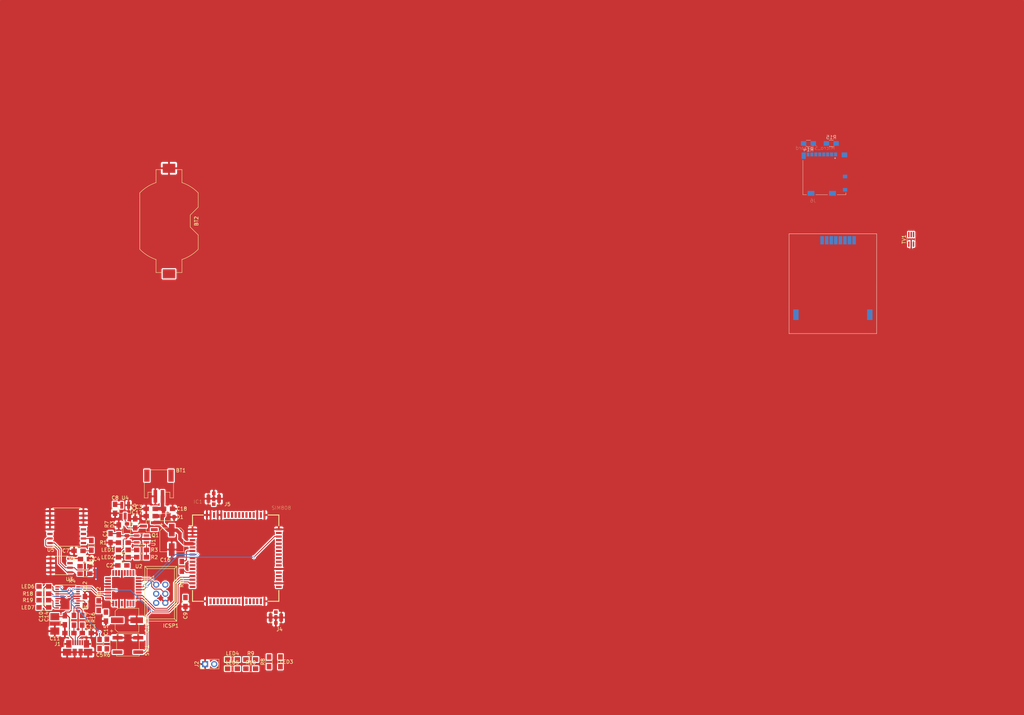
<source format=kicad_pcb>
(kicad_pcb (version 4) (host pcbnew 4.0.6)
  (layers (0 F.Cu signal) (31 B.Cu signal) (34 B.Paste user) (35 F.Paste user) (36 B.SilkS user) (37 F.SilkS user) (38 B.Mask user) (39 F.Mask user) (44 Edge.Cuts user))
  (net 0 "")
  (net 1 +BATT)
  (net 2 GND)
  (net 3 "Net-(BT2-Pad1)")
  (net 4 VBUS)
  (net 5 "Net-(C2-Pad1)")
  (net 6 +3V3)
  (net 7 /ARD_RST)
  (net 8 /DTR)
  (net 9 "Net-(C6-Pad1)")
  (net 10 /RTC_PWR)
  (net 11 "Net-(C9-Pad1)")
  (net 12 "Net-(C11-Pad1)")
  (net 13 "Net-(C12-Pad1)")
  (net 14 "Net-(C13-Pad1)")
  (net 15 +2V8)
  (net 16 /SIM808_P)
  (net 17 "Net-(IC1-Pad9)")
  (net 18 /SIM808_RI)
  (net 19 "Net-(IC1-Pad11)")
  (net 20 "Net-(IC1-Pad12)")
  (net 21 "Net-(IC1-Pad13)")
  (net 22 /ARD_HRX)
  (net 23 /ARD_HTX)
  (net 24 "Net-(IC1-Pad19)")
  (net 25 "Net-(IC1-Pad20)")
  (net 26 "Net-(IC1-Pad21)")
  (net 27 "Net-(IC1-Pad22)")
  (net 28 "Net-(IC1-Pad23)")
  (net 29 "Net-(IC1-Pad24)")
  (net 30 "Net-(IC1-Pad25)")
  (net 31 "Net-(IC1-Pad26)")
  (net 32 "Net-(IC1-Pad27)")
  (net 33 +1V8)
  (net 34 /SIMDATA)
  (net 35 /SIMCLK)
  (net 36 /SIMRST)
  (net 37 "Net-(IC1-Pad33)")
  (net 38 "Net-(IC1-Pad35)")
  (net 39 "Net-(IC1-Pad37)")
  (net 40 "Net-(IC1-Pad38)")
  (net 41 "Net-(IC1-Pad39)")
  (net 42 "Net-(IC1-Pad41)")
  (net 43 "Net-(IC1-Pad42)")
  (net 44 "Net-(IC1-Pad43)")
  (net 45 "Net-(IC1-Pad44)")
  (net 46 "Net-(IC1-Pad45)")
  (net 47 "Net-(IC1-Pad46)")
  (net 48 "Net-(IC1-Pad47)")
  (net 49 "Net-(IC1-Pad48)")
  (net 50 /SIM808_S)
  (net 51 /NETWORK_LED)
  (net 52 "Net-(IC1-Pad53)")
  (net 53 "Net-(IC1-Pad55)")
  (net 54 "Net-(IC1-Pad56)")
  (net 55 "Net-(IC1-Pad57)")
  (net 56 "Net-(IC1-Pad58)")
  (net 57 "Net-(IC1-Pad59)")
  (net 58 "Net-(IC1-Pad60)")
  (net 59 "Net-(IC1-Pad61)")
  (net 60 "Net-(IC1-Pad62)")
  (net 61 "Net-(IC1-Pad63)")
  (net 62 "Net-(IC1-Pad66)")
  (net 63 /ARD_MISO)
  (net 64 /ARD_SCK)
  (net 65 /ARD_MOSI)
  (net 66 "Net-(J1-Pad4)")
  (net 67 "Net-(J2-Pad2)")
  (net 68 "Net-(J3-Pad6)")
  (net 69 "Net-(J6-Pad8)")
  (net 70 /ARD_IO10)
  (net 71 "Net-(J6-Pad1)")
  (net 72 "Net-(R1-Pad1)")
  (net 73 "Net-(R2-Pad2)")
  (net 74 /SDA)
  (net 75 /SCL)
  (net 76 "Net-(R11-Pad1)")
  (net 77 /WAKE_UP)
  (net 78 "Net-(R16-Pad1)")
  (net 79 "Net-(R17-Pad2)")
  (net 80 "Net-(R18-Pad1)")
  (net 81 "Net-(R19-Pad1)")
  (net 82 "Net-(TV1-Pad6)")
  (net 83 "Net-(U2-Pad7)")
  (net 84 "Net-(U2-Pad8)")
  (net 85 "Net-(U2-Pad11)")
  (net 86 "Net-(U2-Pad19)")
  (net 87 "Net-(U2-Pad22)")
  (net 88 "Net-(U2-Pad24)")
  (net 89 "Net-(U2-Pad25)")
  (net 90 "Net-(U2-Pad26)")
  (net 91 /ARD_RX)
  (net 92 /ARD_TX)
  (net 93 "Net-(U3-Pad7)")
  (net 94 "Net-(U5-Pad1)")
  (net 95 "Net-(U5-Pad4)")
  (net 96 "Net-(U6-Pad2)")
  (net 97 +3V3_FDTI)
  (net 98 "Net-(U6-Pad5)")
  (net 99 "Net-(U6-Pad7)")
  (net 100 "Net-(U6-Pad8)")
  (net 101 "Net-(U6-Pad18)")
  (net 102 "Net-(U6-Pad19)")
  (net 103 "Net-(LED1-Pad1)")
  (net 104 "Net-(LED2-Pad2)")
  (net 105 "Net-(LED3-Pad2)")
  (net 106 "Net-(LED4-Pad2)")
  (net 107 "Net-(LED5-Pad2)")
  (net 108 "Net-(LED6-Pad2)")
  (net 109 "Net-(LED7-Pad2)")
  (net 110 "Net-(U2-Pad2)")
  (module Housings_SOIC:SOIC-16W_7.5x10.3mm_Pitch1.27mm (layer F.Cu) (at 24.892 153.67 180)
    (fp_text reference U5 (at 4.445 -6.35 360) (layer F.SilkS))
    (fp_text value DS3231SN hide)
    (pad 1 smd rect (at -4.65 -4.445 180) (size 1.5 0.6) (layers F.Cu F.Paste F.Mask) (net 94 "Net-(U5-Pad1)"))
    (pad 2 smd rect (at -4.65 -3.175 180) (size 1.5 0.6) (layers F.Cu F.Paste F.Mask) (net 76 "Net-(R11-Pad1)"))
    (pad 3 smd rect (at -4.65 -1.905 180) (size 1.5 0.6) (layers F.Cu F.Paste F.Mask) (net 77 /WAKE_UP))
    (pad 4 smd rect (at -4.65 -0.635 180) (size 1.5 0.6) (layers F.Cu F.Paste F.Mask) (net 95 "Net-(U5-Pad4)"))
    (pad 5 smd rect (at -4.65 0.635 180) (size 1.5 0.6) (layers F.Cu F.Paste F.Mask) (net 2 GND))
    (pad 6 smd rect (at -4.65 1.905 180) (size 1.5 0.6) (layers F.Cu F.Paste F.Mask) (net 2 GND))
    (pad 7 smd rect (at -4.65 3.175 180) (size 1.5 0.6) (layers F.Cu F.Paste F.Mask) (net 2 GND))
    (pad 8 smd rect (at -4.65 4.445 180) (size 1.5 0.6) (layers F.Cu F.Paste F.Mask) (net 2 GND))
    (pad 9 smd rect (at 4.65 4.445 180) (size 1.5 0.6) (layers F.Cu F.Paste F.Mask) (net 2 GND))
    (pad 10 smd rect (at 4.65 3.175 180) (size 1.5 0.6) (layers F.Cu F.Paste F.Mask) (net 2 GND))
    (pad 11 smd rect (at 4.65 1.905 180) (size 1.5 0.6) (layers F.Cu F.Paste F.Mask) (net 2 GND))
    (pad 12 smd rect (at 4.65 0.635 180) (size 1.5 0.6) (layers F.Cu F.Paste F.Mask) (net 2 GND))
    (pad 13 smd rect (at 4.65 -0.635 180) (size 1.5 0.6) (layers F.Cu F.Paste F.Mask) (net 2 GND))
    (pad 14 smd rect (at 4.65 -1.905 180) (size 1.5 0.6) (layers F.Cu F.Paste F.Mask) (net 3 "Net-(BT2-Pad1)"))
    (pad 15 smd rect (at 4.65 -3.175 180) (size 1.5 0.6) (layers F.Cu F.Paste F.Mask) (net 74 /SDA))
    (pad 16 smd rect (at 4.65 -4.445 180) (size 1.5 0.6) (layers F.Cu F.Paste F.Mask) (net 75 /SCL))
  )
  (module Capacitors_SMD:C_0805_HandSoldering (layer F.Cu) (at 24.384 179.578 270)
    (fp_text reference C14 (at -1.016 5.08 450) (layer F.SilkS))
    (fp_text value 0.1uF hide)
    (pad 1 smd rect (at -1.25 0 270) (size 1.5 1.25) (layers F.Cu F.Paste F.Mask) (net 4 VBUS))
    (pad 2 smd rect (at 1.25 0 270) (size 1.5 1.25) (layers F.Cu F.Paste F.Mask) (net 2 GND))
  )
  (module Resistors_SMD:R_0805_HandSoldering (layer F.Cu) (at 45.72 160.02)
    (fp_text reference R3 (at 3.556 0 180) (layer F.SilkS))
    (fp_text value 470R hide)
    (pad 1 smd rect (at -1.35 0) (size 1.5 1.3) (layers F.Cu F.Paste F.Mask) (net 103 "Net-(LED1-Pad1)"))
    (pad 2 smd rect (at 1.35 0) (size 1.5 1.3) (layers F.Cu F.Paste F.Mask) (net 73 "Net-(R2-Pad2)"))
  )
  (module Capacitors_SMD:C_0805_HandSoldering (layer F.Cu) (at 34.036 186.182 90)
    (fp_text reference C5 (at -3.048 0 180) (layer F.SilkS))
    (fp_text value 0.1uF hide)
    (pad 1 smd rect (at -1.25 0 90) (size 1.5 1.25) (layers F.Cu F.Paste F.Mask) (net 7 /ARD_RST))
    (pad 2 smd rect (at 1.25 0 90) (size 1.5 1.25) (layers F.Cu F.Paste F.Mask) (net 8 /DTR))
  )
  (module Housings_QFP:TQFP-32_7x7mm_Pitch0.8mm (layer F.Cu) (at 40.64 170.688 90)
    (fp_text reference U2 (at 6.096 4.318 180) (layer F.SilkS))
    (fp_text value ATMEGA328P-AU hide)
    (pad 1 smd rect (at -4.25 -2.8 90) (size 1.6 0.55) (layers F.Cu F.Paste F.Mask) (net 77 /WAKE_UP))
    (pad 2 smd rect (at -4.25 -2 90) (size 1.6 0.55) (layers F.Cu F.Paste F.Mask) (net 110 "Net-(U2-Pad2)"))
    (pad 3 smd rect (at -4.25 -1.2 90) (size 1.6 0.55) (layers F.Cu F.Paste F.Mask) (net 2 GND))
    (pad 4 smd rect (at -4.25 -0.4 90) (size 1.6 0.55) (layers F.Cu F.Paste F.Mask) (net 6 +3V3))
    (pad 5 smd rect (at -4.25 0.4 90) (size 1.6 0.55) (layers F.Cu F.Paste F.Mask) (net 2 GND))
    (pad 6 smd rect (at -4.25 1.2 90) (size 1.6 0.55) (layers F.Cu F.Paste F.Mask) (net 6 +3V3))
    (pad 7 smd rect (at -4.25 2 90) (size 1.6 0.55) (layers F.Cu F.Paste F.Mask) (net 83 "Net-(U2-Pad7)"))
    (pad 8 smd rect (at -4.25 2.8 90) (size 1.6 0.55) (layers F.Cu F.Paste F.Mask) (net 84 "Net-(U2-Pad8)"))
    (pad 9 smd rect (at -2.8 4.25 180) (size 1.6 0.55) (layers F.Cu F.Paste F.Mask) (net 23 /ARD_HTX))
    (pad 10 smd rect (at -2 4.25 180) (size 1.6 0.55) (layers F.Cu F.Paste F.Mask) (net 22 /ARD_HRX))
    (pad 11 smd rect (at -1.2 4.25 180) (size 1.6 0.55) (layers F.Cu F.Paste F.Mask) (net 85 "Net-(U2-Pad11)"))
    (pad 12 smd rect (at -0.4 4.25 180) (size 1.6 0.55) (layers F.Cu F.Paste F.Mask) (net 50 /SIM808_S))
    (pad 13 smd rect (at 0.4 4.25 180) (size 1.6 0.55) (layers F.Cu F.Paste F.Mask) (net 16 /SIM808_P))
    (pad 14 smd rect (at 1.2 4.25 180) (size 1.6 0.55) (layers F.Cu F.Paste F.Mask) (net 70 /ARD_IO10))
    (pad 15 smd rect (at 2 4.25 180) (size 1.6 0.55) (layers F.Cu F.Paste F.Mask) (net 65 /ARD_MOSI))
    (pad 16 smd rect (at 2.8 4.25 180) (size 1.6 0.55) (layers F.Cu F.Paste F.Mask) (net 63 /ARD_MISO))
    (pad 17 smd rect (at 4.25 2.8 90) (size 1.6 0.55) (layers F.Cu F.Paste F.Mask) (net 64 /ARD_SCK))
    (pad 18 smd rect (at 4.25 2 90) (size 1.6 0.55) (layers F.Cu F.Paste F.Mask) (net 6 +3V3))
    (pad 19 smd rect (at 4.25 1.2 90) (size 1.6 0.55) (layers F.Cu F.Paste F.Mask) (net 86 "Net-(U2-Pad19)"))
    (pad 20 smd rect (at 4.25 0.4 90) (size 1.6 0.55) (layers F.Cu F.Paste F.Mask) (net 5 "Net-(C2-Pad1)"))
    (pad 21 smd rect (at 4.25 -0.4 90) (size 1.6 0.55) (layers F.Cu F.Paste F.Mask) (net 2 GND))
    (pad 22 smd rect (at 4.25 -1.2 90) (size 1.6 0.55) (layers F.Cu F.Paste F.Mask) (net 87 "Net-(U2-Pad22)"))
    (pad 23 smd rect (at 4.25 -2 90) (size 1.6 0.55) (layers F.Cu F.Paste F.Mask) (net 10 /RTC_PWR))
    (pad 24 smd rect (at 4.25 -2.8 90) (size 1.6 0.55) (layers F.Cu F.Paste F.Mask) (net 88 "Net-(U2-Pad24)"))
    (pad 25 smd rect (at 2.8 -4.25 180) (size 1.6 0.55) (layers F.Cu F.Paste F.Mask) (net 89 "Net-(U2-Pad25)"))
    (pad 26 smd rect (at 2 -4.25 180) (size 1.6 0.55) (layers F.Cu F.Paste F.Mask) (net 90 "Net-(U2-Pad26)"))
    (pad 27 smd rect (at 1.2 -4.25 180) (size 1.6 0.55) (layers F.Cu F.Paste F.Mask) (net 74 /SDA))
    (pad 28 smd rect (at 0.4 -4.25 180) (size 1.6 0.55) (layers F.Cu F.Paste F.Mask) (net 75 /SCL))
    (pad 29 smd rect (at -0.4 -4.25 180) (size 1.6 0.55) (layers F.Cu F.Paste F.Mask) (net 7 /ARD_RST))
    (pad 30 smd rect (at -1.2 -4.25 180) (size 1.6 0.55) (layers F.Cu F.Paste F.Mask) (net 91 /ARD_RX))
    (pad 31 smd rect (at -2 -4.25 180) (size 1.6 0.55) (layers F.Cu F.Paste F.Mask) (net 92 /ARD_TX))
    (pad 32 smd rect (at -2.8 -4.25 180) (size 1.6 0.55) (layers F.Cu F.Paste F.Mask) (net 18 /SIM808_RI))
  )
  (module Resistors_SMD:R_0805_HandSoldering (layer F.Cu) (at 29.21 179.578 270)
    (fp_text reference R16 (at -0.762 -3.048 450) (layer F.SilkS))
    (fp_text value 27R hide)
    (pad 1 smd rect (at -1.35 0 270) (size 1.5 1.3) (layers F.Cu F.Paste F.Mask) (net 78 "Net-(R16-Pad1)"))
    (pad 2 smd rect (at 1.35 0 270) (size 1.5 1.3) (layers F.Cu F.Paste F.Mask) (net 14 "Net-(C13-Pad1)"))
  )
  (module Connectors_JST:JST_PH_S2B-PH-SM4-TB_02x2.00mm_Angled (layer F.Cu) (at 50.546 142.24 180)
    (fp_text reference BT1 (at -6.096 4.318 180) (layer F.SilkS))
    (fp_text value "External battery")
    (pad 1 smd rect (at -1 -2.875 180) (size 1 3.5) (layers F.Cu F.Paste F.Mask) (net 1 +BATT))
    (pad 2 smd rect (at 1 -2.875 180) (size 1 3.5) (layers F.Cu F.Paste F.Mask) (net 2 GND))
    (pad "" smd rect (at -3.35 2.875 180) (size 1.5 3.4) (layers F.Cu F.Paste F.Mask))
    (pad "" smd rect (at 3.35 2.875 180) (size 1.5 3.4) (layers F.Cu F.Paste F.Mask))
  )
  (module Battery_Holders:Keystone_1058_1x2032-CoinCell (layer F.Cu) (at 53.34 68.58 90)
    (fp_text reference BT2 (at 0 7.62 90) (layer F.SilkS))
    (fp_text value "Backup battery")
    (pad 1 smd rect (at -14.68 0 90) (size 2.54 3.51) (layers F.Cu F.Paste F.Mask) (net 3 "Net-(BT2-Pad1)"))
    (pad 2 smd rect (at 14.68 0 90) (size 2.54 3.51) (layers F.Cu F.Paste F.Mask) (net 2 GND))
  )
  (module Capacitors_SMD:C_0805_HandSoldering (layer F.Cu) (at 37.084 156.718 90)
    (fp_text reference C1 (at 1.27 -1.524 90) (layer F.SilkS))
    (fp_text value 4.7uF hide)
    (pad 1 smd rect (at -1.25 0 90) (size 1.5 1.25) (layers F.Cu F.Paste F.Mask) (net 2 GND))
    (pad 2 smd rect (at 1.25 0 90) (size 1.5 1.25) (layers F.Cu F.Paste F.Mask) (net 4 VBUS))
  )
  (module Capacitors_SMD:C_0805_HandSoldering (layer F.Cu) (at 40.386 164.338 180)
    (fp_text reference C2 (at 3.556 0 180) (layer F.SilkS))
    (fp_text value 0.1uF hide)
    (pad 1 smd rect (at -1.25 0 180) (size 1.5 1.25) (layers F.Cu F.Paste F.Mask) (net 5 "Net-(C2-Pad1)"))
    (pad 2 smd rect (at 1.25 0 180) (size 1.5 1.25) (layers F.Cu F.Paste F.Mask) (net 2 GND))
  )
  (module Capacitors_SMD:C_0805_HandSoldering (layer F.Cu) (at 48.26 148.59 180)
    (fp_text reference C3 (at 3.302 0.508 180) (layer F.SilkS))
    (fp_text value 4.7uF hide)
    (pad 1 smd rect (at -1.25 0 180) (size 1.5 1.25) (layers F.Cu F.Paste F.Mask) (net 1 +BATT))
    (pad 2 smd rect (at 1.25 0 180) (size 1.5 1.25) (layers F.Cu F.Paste F.Mask) (net 2 GND))
  )
  (module Capacitors_SMD:C_0805_HandSoldering (layer F.Cu) (at 29.972 162.56)
    (fp_text reference C4 (at 3.302 0) (layer F.SilkS))
    (fp_text value 0.1uF hide)
    (pad 1 smd rect (at -1.25 0) (size 1.5 1.25) (layers F.Cu F.Paste F.Mask) (net 6 +3V3))
    (pad 2 smd rect (at 1.25 0) (size 1.5 1.25) (layers F.Cu F.Paste F.Mask) (net 2 GND))
  )
  (module Capacitors_SMD:C_0805_HandSoldering (layer F.Cu) (at 43.942 152.654 90)
    (fp_text reference C6 (at 4.572 -0.254 270) (layer F.SilkS))
    (fp_text value 1uF hide)
    (pad 1 smd rect (at -1.25 0 90) (size 1.5 1.25) (layers F.Cu F.Paste F.Mask) (net 9 "Net-(C6-Pad1)"))
    (pad 2 smd rect (at 1.25 0 90) (size 1.5 1.25) (layers F.Cu F.Paste F.Mask) (net 2 GND))
  )
  (module Capacitors_SMD:C_0805_HandSoldering (layer F.Cu) (at 28.194 160.274 180)
    (fp_text reference C7 (at 3.556 0 180) (layer F.SilkS))
    (fp_text value 0.1uF hide)
    (pad 1 smd rect (at -1.25 0 180) (size 1.5 1.25) (layers F.Cu F.Paste F.Mask) (net 10 /RTC_PWR))
    (pad 2 smd rect (at 1.25 0 180) (size 1.5 1.25) (layers F.Cu F.Paste F.Mask) (net 2 GND))
  )
  (module Capacitors_SMD:C_0805_HandSoldering (layer F.Cu) (at 38.354 148.59 270)
    (fp_text reference C8 (at -3.048 0 360) (layer F.SilkS))
    (fp_text value 1uF hide)
    (pad 1 smd rect (at -1.25 0 270) (size 1.5 1.25) (layers F.Cu F.Paste F.Mask) (net 6 +3V3))
    (pad 2 smd rect (at 1.25 0 270) (size 1.5 1.25) (layers F.Cu F.Paste F.Mask) (net 2 GND))
  )
  (module Capacitors_SMD:C_0805_HandSoldering (layer F.Cu) (at 57.912 174.498 270)
    (fp_text reference C9 (at 3.81 0 270) (layer F.SilkS))
    (fp_text value 10uF hide)
    (pad 1 smd rect (at -1.25 0 270) (size 1.5 1.25) (layers F.Cu F.Paste F.Mask) (net 11 "Net-(C9-Pad1)"))
    (pad 2 smd rect (at 1.25 0 270) (size 1.5 1.25) (layers F.Cu F.Paste F.Mask) (net 2 GND))
  )
  (module Capacitors_SMD:C_1210_HandSoldering (layer F.Cu) (at 21.59 180.594 270)
    (fp_text reference C10 (at -2.032 3.81 270) (layer F.SilkS))
    (fp_text value 4.7uF hide)
    (pad 1 smd rect (at -2 0 270) (size 2 2.5) (layers F.Cu F.Paste F.Mask) (net 4 VBUS))
    (pad 2 smd rect (at 2 0 270) (size 2 2.5) (layers F.Cu F.Paste F.Mask) (net 2 GND))
  )
  (module Capacitors_SMD:C_0805_HandSoldering (layer F.Cu) (at 25.654 183.134 180)
    (fp_text reference C11 (at 4.064 -1.524 180) (layer F.SilkS))
    (fp_text value 47pF hide)
    (pad 1 smd rect (at -1.25 0 180) (size 1.5 1.25) (layers F.Cu F.Paste F.Mask) (net 12 "Net-(C11-Pad1)"))
    (pad 2 smd rect (at 1.25 0 180) (size 1.5 1.25) (layers F.Cu F.Paste F.Mask) (net 2 GND))
  )
  (module Capacitors_SMD:C_0805_HandSoldering (layer F.Cu) (at 29.972 174.244 90)
    (fp_text reference C12 (at 4.064 0 90) (layer F.SilkS))
    (fp_text value 0.1uF hide)
    (pad 1 smd rect (at -1.25 0 90) (size 1.5 1.25) (layers F.Cu F.Paste F.Mask) (net 13 "Net-(C12-Pad1)"))
    (pad 2 smd rect (at 1.25 0 90) (size 1.5 1.25) (layers F.Cu F.Paste F.Mask) (net 2 GND))
  )
  (module Capacitors_SMD:C_0805_HandSoldering (layer F.Cu) (at 30.48 183.134)
    (fp_text reference C13 (at 1.016 -1.778) (layer F.SilkS))
    (fp_text value 47pF hide)
    (pad 1 smd rect (at -1.25 0) (size 1.5 1.25) (layers F.Cu F.Paste F.Mask) (net 14 "Net-(C13-Pad1)"))
    (pad 2 smd rect (at 1.25 0) (size 1.5 1.25) (layers F.Cu F.Paste F.Mask) (net 2 GND))
  )
  (module Diodes_SMD:D_SOD-123 (layer F.Cu) (at 41.656 154.432 270)
    (fp_text reference D3 (at -1.524 4.064 450) (layer F.SilkS))
    (fp_text value B130LAW hide)
    (pad 1 smd rect (at -1.65 0 270) (size 0.9 1.2) (layers F.Cu F.Paste F.Mask) (net 9 "Net-(C6-Pad1)"))
    (pad 2 smd rect (at 1.65 0 270) (size 0.9 1.2) (layers F.Cu F.Paste F.Mask) (net 4 VBUS))
  )
  (module SIM808:QFN100P2400X2400X260-68N (layer F.Cu) (at 71.882 162.306)
    (fp_text reference IC1 (at -10.4784 -15.6625) (layer F.SilkS) (effects (font (size 1.00176 1.00176) (thickness 0.05))))
    (fp_text value SIM808 (at 12.7 -13.97) (layer F.SilkS) (effects (font (size 1.00291 1.00291) (thickness 0.05))))
    (pad 1 smd rect (at -12 -8) (size 1.6 0.6) (layers F.Cu F.Paste F.Mask) (net 2 GND))
    (pad 2 smd rect (at -12 -7) (size 1.6 0.6) (layers F.Cu F.Paste F.Mask) (net 2 GND))
    (pad 3 smd rect (at -12 -6) (size 1.6 0.6) (layers F.Cu F.Paste F.Mask) (net 2 GND))
    (pad 4 smd rect (at -12 -5) (size 1.6 0.6) (layers F.Cu F.Paste F.Mask) (net 1 +BATT))
    (pad 5 smd rect (at -12 -4) (size 1.6 0.6) (layers F.Cu F.Paste F.Mask) (net 1 +BATT))
    (pad 6 smd rect (at -12 -3) (size 1.6 0.6) (layers F.Cu F.Paste F.Mask) (net 1 +BATT))
    (pad 7 smd rect (at -12 -2) (size 1.6 0.6) (layers F.Cu F.Paste F.Mask) (net 15 +2V8))
    (pad 8 smd rect (at -12 -1) (size 1.6 0.6) (layers F.Cu F.Paste F.Mask) (net 16 /SIM808_P))
    (pad 9 smd rect (at -12 0) (size 1.6 0.6) (layers F.Cu F.Paste F.Mask) (net 17 "Net-(IC1-Pad9)"))
    (pad 10 smd rect (at -12 1) (size 1.6 0.6) (layers F.Cu F.Paste F.Mask) (net 18 /SIM808_RI))
    (pad 11 smd rect (at -12 2) (size 1.6 0.6) (layers F.Cu F.Paste F.Mask) (net 19 "Net-(IC1-Pad11)"))
    (pad 12 smd rect (at -12 3) (size 1.6 0.6) (layers F.Cu F.Paste F.Mask) (net 20 "Net-(IC1-Pad12)"))
    (pad 13 smd rect (at -12 4) (size 1.6 0.6) (layers F.Cu F.Paste F.Mask) (net 21 "Net-(IC1-Pad13)"))
    (pad 14 smd rect (at -12 5) (size 1.6 0.6) (layers F.Cu F.Paste F.Mask) (net 22 /ARD_HRX))
    (pad 15 smd rect (at -12 6) (size 1.6 0.6) (layers F.Cu F.Paste F.Mask) (net 23 /ARD_HTX))
    (pad 16 smd rect (at -12 7) (size 1.6 0.6) (layers F.Cu F.Paste F.Mask) (net 7 /ARD_RST))
    (pad 17 smd rect (at -12 8) (size 1.6 0.6) (layers F.Cu F.Paste F.Mask) (net 11 "Net-(C9-Pad1)"))
    (pad 18 smd rect (at -8 12 90) (size 1.6 0.6) (layers F.Cu F.Paste F.Mask) (net 2 GND))
    (pad 19 smd rect (at -7 12 90) (size 1.6 0.6) (layers F.Cu F.Paste F.Mask) (net 24 "Net-(IC1-Pad19)"))
    (pad 20 smd rect (at -6 12 90) (size 1.6 0.6) (layers F.Cu F.Paste F.Mask) (net 25 "Net-(IC1-Pad20)"))
    (pad 21 smd rect (at -5 12 90) (size 1.6 0.6) (layers F.Cu F.Paste F.Mask) (net 26 "Net-(IC1-Pad21)"))
    (pad 22 smd rect (at -4 12 90) (size 1.6 0.6) (layers F.Cu F.Paste F.Mask) (net 27 "Net-(IC1-Pad22)"))
    (pad 23 smd rect (at -3 12 90) (size 1.6 0.6) (layers F.Cu F.Paste F.Mask) (net 28 "Net-(IC1-Pad23)"))
    (pad 24 smd rect (at -2 12 90) (size 1.6 0.6) (layers F.Cu F.Paste F.Mask) (net 29 "Net-(IC1-Pad24)"))
    (pad 25 smd rect (at -1 12 90) (size 1.6 0.6) (layers F.Cu F.Paste F.Mask) (net 30 "Net-(IC1-Pad25)"))
    (pad 26 smd rect (at 0 12 90) (size 1.6 0.6) (layers F.Cu F.Paste F.Mask) (net 31 "Net-(IC1-Pad26)"))
    (pad 27 smd rect (at 1 12 90) (size 1.6 0.6) (layers F.Cu F.Paste F.Mask) (net 32 "Net-(IC1-Pad27)"))
    (pad 28 smd rect (at 2 12 90) (size 1.6 0.6) (layers F.Cu F.Paste F.Mask) (net 2 GND))
    (pad 29 smd rect (at 3 12 90) (size 1.6 0.6) (layers F.Cu F.Paste F.Mask) (net 33 +1V8))
    (pad 30 smd rect (at 4 12 90) (size 1.6 0.6) (layers F.Cu F.Paste F.Mask) (net 34 /SIMDATA))
    (pad 31 smd rect (at 5 12 90) (size 1.6 0.6) (layers F.Cu F.Paste F.Mask) (net 35 /SIMCLK))
    (pad 32 smd rect (at 6 12 90) (size 1.6 0.6) (layers F.Cu F.Paste F.Mask) (net 36 /SIMRST))
    (pad 33 smd rect (at 7 12 90) (size 1.6 0.6) (layers F.Cu F.Paste F.Mask) (net 37 "Net-(IC1-Pad33)"))
    (pad 34 smd rect (at 8 12 90) (size 1.6 0.6) (layers F.Cu F.Paste F.Mask) (net 2 GND))
    (pad 35 smd rect (at 12 8 180) (size 1.6 0.6) (layers F.Cu F.Paste F.Mask) (net 38 "Net-(IC1-Pad35)"))
    (pad 36 smd rect (at 12 7 180) (size 1.6 0.6) (layers F.Cu F.Paste F.Mask) (net 2 GND))
    (pad 37 smd rect (at 12 6 180) (size 1.6 0.6) (layers F.Cu F.Paste F.Mask) (net 39 "Net-(IC1-Pad37)"))
    (pad 38 smd rect (at 12 5 180) (size 1.6 0.6) (layers F.Cu F.Paste F.Mask) (net 40 "Net-(IC1-Pad38)"))
    (pad 39 smd rect (at 12 4 180) (size 1.6 0.6) (layers F.Cu F.Paste F.Mask) (net 41 "Net-(IC1-Pad39)"))
    (pad 40 smd rect (at 12 3 180) (size 1.6 0.6) (layers F.Cu F.Paste F.Mask) (net 2 GND))
    (pad 41 smd rect (at 12 2 180) (size 1.6 0.6) (layers F.Cu F.Paste F.Mask) (net 42 "Net-(IC1-Pad41)"))
    (pad 42 smd rect (at 12 1 180) (size 1.6 0.6) (layers F.Cu F.Paste F.Mask) (net 43 "Net-(IC1-Pad42)"))
    (pad 43 smd rect (at 12 0 180) (size 1.6 0.6) (layers F.Cu F.Paste F.Mask) (net 44 "Net-(IC1-Pad43)"))
    (pad 44 smd rect (at 12 -1 180) (size 1.6 0.6) (layers F.Cu F.Paste F.Mask) (net 45 "Net-(IC1-Pad44)"))
    (pad 45 smd rect (at 12 -2 180) (size 1.6 0.6) (layers F.Cu F.Paste F.Mask) (net 46 "Net-(IC1-Pad45)"))
    (pad 46 smd rect (at 12 -3 180) (size 1.6 0.6) (layers F.Cu F.Paste F.Mask) (net 47 "Net-(IC1-Pad46)"))
    (pad 47 smd rect (at 12 -4 180) (size 1.6 0.6) (layers F.Cu F.Paste F.Mask) (net 48 "Net-(IC1-Pad47)"))
    (pad 48 smd rect (at 12 -5 180) (size 1.6 0.6) (layers F.Cu F.Paste F.Mask) (net 49 "Net-(IC1-Pad48)"))
    (pad 49 smd rect (at 12 -6 180) (size 1.6 0.6) (layers F.Cu F.Paste F.Mask) (net 50 /SIM808_S))
    (pad 50 smd rect (at 12 -7 180) (size 1.6 0.6) (layers F.Cu F.Paste F.Mask) (net 51 /NETWORK_LED))
    (pad 51 smd rect (at 12 -8 180) (size 1.6 0.6) (layers F.Cu F.Paste F.Mask) (net 2 GND))
    (pad 52 smd rect (at 8 -12 270) (size 1.6 0.6) (layers F.Cu F.Paste F.Mask) (net 2 GND))
    (pad 53 smd rect (at 7 -12 270) (size 1.6 0.6) (layers F.Cu F.Paste F.Mask) (net 52 "Net-(IC1-Pad53)"))
    (pad 54 smd rect (at 6 -12 270) (size 1.6 0.6) (layers F.Cu F.Paste F.Mask) (net 2 GND))
    (pad 55 smd rect (at 5 -12 270) (size 1.6 0.6) (layers F.Cu F.Paste F.Mask) (net 53 "Net-(IC1-Pad55)"))
    (pad 56 smd rect (at 4 -12 270) (size 1.6 0.6) (layers F.Cu F.Paste F.Mask) (net 54 "Net-(IC1-Pad56)"))
    (pad 57 smd rect (at 3 -12 270) (size 1.6 0.6) (layers F.Cu F.Paste F.Mask) (net 55 "Net-(IC1-Pad57)"))
    (pad 58 smd rect (at 2 -12 270) (size 1.6 0.6) (layers F.Cu F.Paste F.Mask) (net 56 "Net-(IC1-Pad58)"))
    (pad 59 smd rect (at 1 -12 270) (size 1.6 0.6) (layers F.Cu F.Paste F.Mask) (net 57 "Net-(IC1-Pad59)"))
    (pad 60 smd rect (at 0 -12 270) (size 1.6 0.6) (layers F.Cu F.Paste F.Mask) (net 58 "Net-(IC1-Pad60)"))
    (pad 61 smd rect (at -1 -12 270) (size 1.6 0.6) (layers F.Cu F.Paste F.Mask) (net 59 "Net-(IC1-Pad61)"))
    (pad 62 smd rect (at -2 -12 270) (size 1.6 0.6) (layers F.Cu F.Paste F.Mask) (net 60 "Net-(IC1-Pad62)"))
    (pad 63 smd rect (at -3 -12 270) (size 1.6 0.6) (layers F.Cu F.Paste F.Mask) (net 61 "Net-(IC1-Pad63)"))
    (pad 64 smd rect (at -4 -12 270) (size 1.6 0.6) (layers F.Cu F.Paste F.Mask) (net 2 GND))
    (pad 65 smd rect (at -5 -12 270) (size 1.6 0.6) (layers F.Cu F.Paste F.Mask) (net 2 GND))
    (pad 66 smd rect (at -6 -12 270) (size 1.6 0.6) (layers F.Cu F.Paste F.Mask) (net 62 "Net-(IC1-Pad66)"))
    (pad 67 smd rect (at -7 -12 270) (size 1.6 0.6) (layers F.Cu F.Paste F.Mask) (net 2 GND))
    (pad 68 smd rect (at -8 -12 270) (size 1.6 0.6) (layers F.Cu F.Paste F.Mask) (net 2 GND))
  )
  (module Connectors_USB:USB_Micro-B_Molex_47346-0001 (layer F.Cu) (at 27.94 188.468)
    (fp_text reference J1 (at -5.588 -2.286 180) (layer F.SilkS))
    (fp_text value "Molex 47346-0001" hide)
    (pad 1 smd rect (at -1.3 -2.66) (size 0.45 1.38) (layers F.Cu F.Paste F.Mask) (net 4 VBUS))
    (pad 2 smd rect (at -0.65 -2.66) (size 0.45 1.38) (layers F.Cu F.Paste F.Mask) (net 12 "Net-(C11-Pad1)"))
    (pad 3 smd rect (at 0 -2.66) (size 0.45 1.38) (layers F.Cu F.Paste F.Mask) (net 14 "Net-(C13-Pad1)"))
    (pad 4 smd rect (at 0.65 -2.66) (size 0.45 1.38) (layers F.Cu F.Paste F.Mask) (net 66 "Net-(J1-Pad4)"))
    (pad 5 smd rect (at 1.3 -2.66) (size 0.45 1.38) (layers F.Cu F.Paste F.Mask) (net 2 GND))
    (pad 6 smd rect (at -2.4625 -2.3) (size 1.475 2.1) (layers F.Cu F.Paste F.Mask) (net 2 GND))
    (pad 6 smd rect (at 2.4625 -2.3) (size 1.475 2.1) (layers F.Cu F.Paste F.Mask) (net 2 GND))
    (pad 6 smd rect (at -2.91 0) (size 2.375 1.9) (layers F.Cu F.Paste F.Mask) (net 2 GND))
    (pad 6 smd rect (at 2.91 0) (size 2.375 1.9) (layers F.Cu F.Paste F.Mask) (net 2 GND))
    (pad 6 smd rect (at -0.84 0) (size 1.175 1.9) (layers F.Cu F.Paste F.Mask) (net 2 GND))
    (pad 6 smd rect (at 0.84 0) (size 1.175 1.9) (layers F.Cu F.Paste F.Mask) (net 2 GND))
  )
  (module acronet:47553-0001 (layer B.Cu) (at 243.84 94.615 270)
    (fp_text reference J3 hide)
    (fp_text value 47553-0001 hide)
    (pad 3 smd rect (at -20.7 3.81 270) (size 2.3 1) (layers B.Cu B.Paste B.Mask) (net 35 /SIMCLK))
    (pad CD1 smd rect (at -20.7 1.27 270) (size 2.3 1) (layers B.Cu B.Paste B.Mask))
    (pad CD2 smd rect (at -20.7 0 270) (size 2.3 1) (layers B.Cu B.Paste B.Mask))
    (pad 2 smd rect (at -20.7 6.35 270) (size 2.3 1) (layers B.Cu B.Paste B.Mask) (net 36 /SIMRST))
    (pad 1 smd rect (at -20.7 8.89 270) (size 2.3 1) (layers B.Cu B.Paste B.Mask) (net 33 +1V8))
    (pad 7 smd rect (at -20.7 2.54 270) (size 2.3 1) (layers B.Cu B.Paste B.Mask) (net 34 /SIMDATA))
    (pad 5 smd rect (at -20.7 7.62 270) (size 2.3 1) (layers B.Cu B.Paste B.Mask) (net 2 GND))
    (pad 6 smd rect (at -20.7 5.08 270) (size 2.3 1) (layers B.Cu B.Paste B.Mask) (net 68 "Net-(J3-Pad6)"))
    (pad GND1 smd rect (at 0 16.18 270) (size 2.95 1.5) (layers B.Cu B.Paste B.Mask))
    (pad GND2 smd rect (at 0 -4.37 270) (size 2.95 1.5) (layers B.Cu B.Paste B.Mask))
  )
  (module Connectors_Molex:Molex_Microcoaxial_RF (layer F.Cu) (at 83.058 178.816 180)
    (fp_text reference J4 (at -1.016 -3.302 180) (layer F.SilkS))
    (fp_text value CONN_COAXIAL hide)
    (pad 2 smd rect (at -1.475 0 180) (size 1.05 2.2) (layers F.Cu F.Paste F.Mask) (net 2 GND))
    (pad 2 smd rect (at 1.475 0 180) (size 1.05 2.2) (layers F.Cu F.Paste F.Mask) (net 2 GND))
    (pad 2 smd rect (at 0 -1.5 180) (size 1 1) (layers F.Cu F.Paste F.Mask) (net 2 GND))
    (pad 1 smd rect (at 0 1.5 180) (size 1 1) (layers F.Cu F.Paste F.Mask) (net 38 "Net-(IC1-Pad35)"))
  )
  (module Connectors_Molex:Molex_Microcoaxial_RF (layer F.Cu) (at 65.786 145.796)
    (fp_text reference J5 (at 3.81 1.524) (layer F.SilkS))
    (fp_text value CONN_COAXIAL hide)
    (pad 2 smd rect (at -1.475 0) (size 1.05 2.2) (layers F.Cu F.Paste F.Mask) (net 2 GND))
    (pad 2 smd rect (at 1.475 0) (size 1.05 2.2) (layers F.Cu F.Paste F.Mask) (net 2 GND))
    (pad 2 smd rect (at 0 -1.5) (size 1 1) (layers F.Cu F.Paste F.Mask) (net 2 GND))
    (pad 1 smd rect (at 0 1.5) (size 1 1) (layers F.Cu F.Paste F.Mask) (net 62 "Net-(IC1-Pad66)"))
  )
  (module 104031-0811:MOLEX_104031-0811 (layer B.Cu) (at 235.585 55.245)
    (fp_text reference J6 (at -3.18735 7.64968) (layer B.SilkS) (effects (font (size 1.0039 1.0039) (thickness 0.05)) (justify mirror)))
    (fp_text value Micro_SD_Card (at -2.54813 -7.00732) (layer B.SilkS) (effects (font (size 1.00319 1.00319) (thickness 0.05)) (justify mirror)))
    (pad 8 smd rect (at -4.545 -5.2) (size 0.75 1.1) (layers B.Cu B.Paste B.Mask) (net 69 "Net-(J6-Pad8)"))
    (pad 7 smd rect (at -3.495 -5.2) (size 0.85 1.1) (layers B.Cu B.Paste B.Mask) (net 63 /ARD_MISO))
    (pad 6 smd rect (at -2.395 -5.2) (size 0.85 1.1) (layers B.Cu B.Paste B.Mask) (net 2 GND))
    (pad 5 smd rect (at -1.295 -5.2) (size 0.85 1.1) (layers B.Cu B.Paste B.Mask) (net 64 /ARD_SCK))
    (pad 4 smd rect (at -0.195 -5.2) (size 0.85 1.1) (layers B.Cu B.Paste B.Mask) (net 6 +3V3))
    (pad 3 smd rect (at 0.905 -5.2) (size 0.85 1.1) (layers B.Cu B.Paste B.Mask) (net 65 /ARD_MOSI))
    (pad 2 smd rect (at 2.005 -5.2) (size 0.875 1.1) (layers B.Cu B.Paste B.Mask) (net 70 /ARD_IO10))
    (pad 1 smd rect (at 3.105 -5.2) (size 0.85 1.1) (layers B.Cu B.Paste B.Mask) (net 71 "Net-(J6-Pad1)"))
    (pad 9 smd rect (at 5.74 0.95) (size 1.2 1) (layers B.Cu B.Paste B.Mask) (net 2 GND))
    (pad 10 smd rect (at 5.74 4.65) (size 1.2 1) (layers B.Cu B.Paste B.Mask))
    (pad G3 smd rect (at -3.73 5.625) (size 1.9 1.35) (layers B.Cu B.Paste B.Mask))
    (pad G4 smd rect (at 2.24 5.625) (size 1.9 1.35) (layers B.Cu B.Paste B.Mask))
    (pad G2 smd rect (at -5.755 -4.85) (size 1.17 1.8) (layers B.Cu B.Paste B.Mask))
    (pad G1 smd rect (at 5.565 -5.075) (size 1.55 1.35) (layers B.Cu B.Paste B.Mask))
  )
  (module LEDs:LED_0805_HandSoldering (layer F.Cu) (at 40.64 160.02 180)
    (fp_text reference LED1 (at 4.318 0 180) (layer F.SilkS))
    (fp_text value Chg hide)
    (pad 1 smd rect (at -1.35 0 180) (size 1.5 1.3) (layers F.Cu F.Paste F.Mask) (net 103 "Net-(LED1-Pad1)"))
    (pad 2 smd rect (at 1.35 0 180) (size 1.5 1.3) (layers F.Cu F.Paste F.Mask) (net 4 VBUS))
  )
  (module LEDs:LED_0805_HandSoldering (layer F.Cu) (at 40.64 162.052)
    (fp_text reference LED2 (at -4.318 0) (layer F.SilkS))
    (fp_text value Done hide)
    (pad 1 smd rect (at -1.35 0) (size 1.5 1.3) (layers F.Cu F.Paste F.Mask) (net 2 GND))
    (pad 2 smd rect (at 1.35 0) (size 1.5 1.3) (layers F.Cu F.Paste F.Mask) (net 104 "Net-(LED2-Pad2)"))
  )
  (module LEDs:LED_0805_HandSoldering (layer F.Cu) (at 84.328 191.135 270)
    (fp_text reference LED3 (at 0 -1.7 360) (layer F.SilkS))
    (fp_text value Power)
    (pad 1 smd rect (at -1.35 0 270) (size 1.5 1.3) (layers F.Cu F.Paste F.Mask) (net 67 "Net-(J2-Pad2)"))
    (pad 2 smd rect (at 1.35 0 270) (size 1.5 1.3) (layers F.Cu F.Paste F.Mask) (net 105 "Net-(LED3-Pad2)"))
  )
  (module LEDs:LED_0805_HandSoldering (layer F.Cu) (at 70.993 190.5)
    (fp_text reference LED4 (at 0 -1.7) (layer F.SilkS))
    (fp_text value SIM_Power)
    (pad 1 smd rect (at -1.35 0) (size 1.5 1.3) (layers F.Cu F.Paste F.Mask) (net 67 "Net-(J2-Pad2)"))
    (pad 2 smd rect (at 1.35 0) (size 1.5 1.3) (layers F.Cu F.Paste F.Mask) (net 106 "Net-(LED4-Pad2)"))
  )
  (module LEDs:LED_0805_HandSoldering (layer F.Cu) (at 70.993 193.04)
    (fp_text reference LED5 (at 0 -1.7) (layer F.SilkS))
    (fp_text value Network)
    (pad 1 smd rect (at -1.35 0) (size 1.5 1.3) (layers F.Cu F.Paste F.Mask) (net 67 "Net-(J2-Pad2)"))
    (pad 2 smd rect (at 1.35 0) (size 1.5 1.3) (layers F.Cu F.Paste F.Mask) (net 107 "Net-(LED5-Pad2)"))
  )
  (module LEDs:LED_0805_HandSoldering (layer F.Cu) (at 18.542 170.18 180)
    (fp_text reference LED6 (at 4.445 0 180) (layer F.SilkS))
    (fp_text value Rx hide)
    (pad 1 smd rect (at -1.35 0 180) (size 1.5 1.3) (layers F.Cu F.Paste F.Mask) (net 97 +3V3_FDTI))
    (pad 2 smd rect (at 1.35 0 180) (size 1.5 1.3) (layers F.Cu F.Paste F.Mask) (net 108 "Net-(LED6-Pad2)"))
  )
  (module LEDs:LED_0805_HandSoldering (layer F.Cu) (at 18.542 176.022 180)
    (fp_text reference LED7 (at 4.445 0 180) (layer F.SilkS))
    (fp_text value Tx hide)
    (pad 1 smd rect (at -1.35 0 180) (size 1.5 1.3) (layers F.Cu F.Paste F.Mask) (net 97 +3V3_FDTI))
    (pad 2 smd rect (at 1.35 0 180) (size 1.5 1.3) (layers F.Cu F.Paste F.Mask) (net 109 "Net-(LED7-Pad2)"))
  )
  (module Resistors_SMD:R_0805_HandSoldering (layer F.Cu) (at 40.64 157.988 180)
    (fp_text reference R1 (at 5.588 0 180) (layer F.SilkS))
    (fp_text value 2k hide)
    (pad 1 smd rect (at -1.35 0 180) (size 1.5 1.3) (layers F.Cu F.Paste F.Mask) (net 72 "Net-(R1-Pad1)"))
    (pad 2 smd rect (at 1.35 0 180) (size 1.5 1.3) (layers F.Cu F.Paste F.Mask) (net 2 GND))
  )
  (module Resistors_SMD:R_0805_HandSoldering (layer F.Cu) (at 45.72 162.052)
    (fp_text reference R2 (at 3.556 0) (layer F.SilkS))
    (fp_text value 1k hide)
    (pad 1 smd rect (at -1.35 0) (size 1.5 1.3) (layers F.Cu F.Paste F.Mask) (net 104 "Net-(LED2-Pad2)"))
    (pad 2 smd rect (at 1.35 0) (size 1.5 1.3) (layers F.Cu F.Paste F.Mask) (net 73 "Net-(R2-Pad2)"))
  )
  (module Resistors_SMD:R_0805_HandSoldering (layer F.Cu) (at 29.972 166.624 180)
    (fp_text reference R4 (at 3.556 -2.032 180) (layer F.SilkS))
    (fp_text value 1k hide)
    (pad 1 smd rect (at -1.35 0 180) (size 1.5 1.3) (layers F.Cu F.Paste F.Mask) (net 74 /SDA))
    (pad 2 smd rect (at 1.35 0 180) (size 1.5 1.3) (layers F.Cu F.Paste F.Mask) (net 6 +3V3))
  )
  (module Resistors_SMD:R_0805_HandSoldering (layer F.Cu) (at 29.972 164.592 180)
    (fp_text reference R5 (at 3.556 2.032 180) (layer F.SilkS))
    (fp_text value 1k hide)
    (pad 1 smd rect (at -1.35 0 180) (size 1.5 1.3) (layers F.Cu F.Paste F.Mask) (net 75 /SCL))
    (pad 2 smd rect (at 1.35 0 180) (size 1.5 1.3) (layers F.Cu F.Paste F.Mask) (net 6 +3V3))
  )
  (module Resistors_SMD:R_0805_HandSoldering (layer F.Cu) (at 36.068 186.182 90)
    (fp_text reference R6 (at -3.048 0 360) (layer F.SilkS))
    (fp_text value 10k hide)
    (pad 1 smd rect (at -1.35 0 90) (size 1.5 1.3) (layers F.Cu F.Paste F.Mask) (net 7 /ARD_RST))
    (pad 2 smd rect (at 1.35 0 90) (size 1.5 1.3) (layers F.Cu F.Paste F.Mask) (net 6 +3V3))
  )
  (module Resistors_SMD:R_0805_HandSoldering (layer F.Cu) (at 39.37 154.432 90)
    (fp_text reference R7 (at 1.524 -3.302 90) (layer F.SilkS))
    (fp_text value 100k hide)
    (pad 1 smd rect (at -1.35 0 90) (size 1.5 1.3) (layers F.Cu F.Paste F.Mask) (net 4 VBUS))
    (pad 2 smd rect (at 1.35 0 90) (size 1.5 1.3) (layers F.Cu F.Paste F.Mask) (net 2 GND))
  )
  (module Resistors_SMD:R_0805_HandSoldering (layer F.Cu) (at 81.153 191.135 90)
    (fp_text reference R8 (at 0 -1.7 90) (layer F.SilkS))
    (fp_text value 1k hide)
    (pad 1 smd rect (at -1.35 0 90) (size 1.5 1.3) (layers F.Cu F.Paste F.Mask) (net 105 "Net-(LED3-Pad2)"))
    (pad 2 smd rect (at 1.35 0 90) (size 1.5 1.3) (layers F.Cu F.Paste F.Mask) (net 6 +3V3))
  )
  (module Resistors_SMD:R_0805_HandSoldering (layer F.Cu) (at 76.073 190.5)
    (fp_text reference R9 (at 0 -1.7) (layer F.SilkS))
    (fp_text value 1k hide)
    (pad 1 smd rect (at -1.35 0) (size 1.5 1.3) (layers F.Cu F.Paste F.Mask) (net 106 "Net-(LED4-Pad2)"))
    (pad 2 smd rect (at 1.35 0) (size 1.5 1.3) (layers F.Cu F.Paste F.Mask) (net 50 /SIM808_S))
  )
  (module Resistors_SMD:R_0805_HandSoldering (layer F.Cu) (at 76.073 193.04)
    (fp_text reference R10 (at 0 -1.7) (layer F.SilkS))
    (fp_text value 1k hide)
    (pad 1 smd rect (at -1.35 0) (size 1.5 1.3) (layers F.Cu F.Paste F.Mask) (net 107 "Net-(LED5-Pad2)"))
    (pad 2 smd rect (at 1.35 0) (size 1.5 1.3) (layers F.Cu F.Paste F.Mask) (net 51 /NETWORK_LED))
  )
  (module Resistors_SMD:R_0805_HandSoldering (layer F.Cu) (at 31.75 158.75 270)
    (fp_text reference R11 (at 4.064 0 270) (layer F.SilkS))
    (fp_text value 160R hide)
    (pad 1 smd rect (at -1.35 0 270) (size 1.5 1.3) (layers F.Cu F.Paste F.Mask) (net 76 "Net-(R11-Pad1)"))
    (pad 2 smd rect (at 1.35 0 270) (size 1.5 1.3) (layers F.Cu F.Paste F.Mask) (net 10 /RTC_PWR))
  )
  (module Resistors_SMD:R_0805_HandSoldering (layer F.Cu) (at 33.782 175.514 270)
    (fp_text reference R12 (at -3.81 0 270) (layer F.SilkS))
    (fp_text value 20k hide)
    (pad 1 smd rect (at -1.35 0 270) (size 1.5 1.3) (layers F.Cu F.Paste F.Mask) (net 77 /WAKE_UP))
    (pad 2 smd rect (at 1.35 0 270) (size 1.5 1.3) (layers F.Cu F.Paste F.Mask) (net 6 +3V3))
  )
  (module Resistors_SMD:R_0805_HandSoldering (layer F.Cu) (at 56.896 164.592 90)
    (fp_text reference R13 (at -4.445 0 90) (layer F.SilkS))
    (fp_text value 10k hide)
    (pad 1 smd rect (at -1.35 0 90) (size 1.5 1.3) (layers F.Cu F.Paste F.Mask) (net 21 "Net-(IC1-Pad13)"))
    (pad 2 smd rect (at 1.35 0 90) (size 1.5 1.3) (layers F.Cu F.Paste F.Mask) (net 15 +2V8))
  )
  (module Resistors_SMD:R_0805_HandSoldering (layer B.Cu) (at 231.14 46.99)
    (fp_text reference R14 (at 0 1.7) (layer B.SilkS) (effects (justify mirror)))
    (fp_text value 50k hide)
    (pad 1 smd rect (at -1.35 0) (size 1.5 1.3) (layers B.Cu B.Paste B.Mask) (net 69 "Net-(J6-Pad8)"))
    (pad 2 smd rect (at 1.35 0) (size 1.5 1.3) (layers B.Cu B.Paste B.Mask) (net 6 +3V3))
  )
  (module Resistors_SMD:R_0805_HandSoldering (layer B.Cu) (at 237.49 46.99 180)
    (fp_text reference R15 (at 0 1.7 180) (layer B.SilkS) (effects (justify mirror)))
    (fp_text value 50k hide)
    (pad 1 smd rect (at -1.35 0 180) (size 1.5 1.3) (layers B.Cu B.Paste B.Mask) (net 71 "Net-(J6-Pad1)"))
    (pad 2 smd rect (at 1.35 0 180) (size 1.5 1.3) (layers B.Cu B.Paste B.Mask) (net 6 +3V3))
  )
  (module Resistors_SMD:R_0805_HandSoldering (layer F.Cu) (at 26.924 179.578 90)
    (fp_text reference R17 (at 0.762 4.064 90) (layer F.SilkS))
    (fp_text value 27R hide)
    (pad 1 smd rect (at -1.35 0 90) (size 1.5 1.3) (layers F.Cu F.Paste F.Mask) (net 12 "Net-(C11-Pad1)"))
    (pad 2 smd rect (at 1.35 0 90) (size 1.5 1.3) (layers F.Cu F.Paste F.Mask) (net 79 "Net-(R17-Pad2)"))
  )
  (module Resistors_SMD:R_0805_HandSoldering (layer F.Cu) (at 18.542 172.212 180)
    (fp_text reference R18 (at 4.445 0 180) (layer F.SilkS))
    (fp_text value 1k hide)
    (pad 1 smd rect (at -1.35 0 180) (size 1.5 1.3) (layers F.Cu F.Paste F.Mask) (net 80 "Net-(R18-Pad1)"))
    (pad 2 smd rect (at 1.35 0 180) (size 1.5 1.3) (layers F.Cu F.Paste F.Mask) (net 108 "Net-(LED6-Pad2)"))
  )
  (module Resistors_SMD:R_0805_HandSoldering (layer F.Cu) (at 18.542 173.99 180)
    (fp_text reference R19 (at 4.445 0 180) (layer F.SilkS))
    (fp_text value 1k hide)
    (pad 1 smd rect (at -1.35 0 180) (size 1.5 1.3) (layers F.Cu F.Paste F.Mask) (net 81 "Net-(R19-Pad1)"))
    (pad 2 smd rect (at 1.35 0 180) (size 1.5 1.3) (layers F.Cu F.Paste F.Mask) (net 109 "Net-(LED7-Pad2)"))
  )
  (module Buttons_Switches_SMD:SW_SPST_EVPBF (layer F.Cu) (at 41.91 186.436)
    (fp_text reference SW1 (at 5.334 1.524 90) (layer F.SilkS))
    (fp_text value Reset hide)
    (pad 1 smd rect (at 2.88 -2) (size 2.75 1) (layers F.Cu F.Paste F.Mask) (net 2 GND))
    (pad 1 smd rect (at -2.88 -2) (size 2.75 1) (layers F.Cu F.Paste F.Mask) (net 2 GND))
    (pad 2 smd rect (at -2.88 2) (size 2.75 1) (layers F.Cu F.Paste F.Mask) (net 7 /ARD_RST))
    (pad 2 smd rect (at 2.88 2) (size 2.75 1) (layers F.Cu F.Paste F.Mask) (net 7 /ARD_RST))
  )
  (module TO_SOT_Packages_SMD:SOT-363_SC-70-6_Handsoldering (layer F.Cu) (at 259.715 73.66 90)
    (fp_text reference TV1 (at 0 -2 90) (layer F.SilkS))
    (fp_text value SMF05C hide)
    (pad 1 smd rect (at -1.33 -0.65 90) (size 1.5 0.4) (layers F.Cu F.Paste F.Mask) (net 33 +1V8))
    (pad 2 smd rect (at -1.33 0 90) (size 1.5 0.4) (layers F.Cu F.Paste F.Mask) (net 2 GND))
    (pad 3 smd rect (at -1.33 0.65 90) (size 1.5 0.4) (layers F.Cu F.Paste F.Mask) (net 36 /SIMRST))
    (pad 4 smd rect (at 1.33 0.65 90) (size 1.5 0.4) (layers F.Cu F.Paste F.Mask) (net 35 /SIMCLK))
    (pad 5 smd rect (at 1.33 0 90) (size 1.5 0.4) (layers F.Cu F.Paste F.Mask) (net 34 /SIMDATA))
    (pad 6 smd rect (at 1.33 -0.65 90) (size 1.5 0.4) (layers F.Cu F.Paste F.Mask) (net 82 "Net-(TV1-Pad6)"))
  )
  (module Housings_SOIC:SOIC-8_3.9x4.9mm_Pitch1.27mm (layer F.Cu) (at 23.114 164.338)
    (fp_text reference U3 (at 2.54 3.81) (layer F.SilkS))
    (fp_text value 24LC512 hide)
    (pad 1 smd rect (at -2.7 -1.905) (size 1.55 0.6) (layers F.Cu F.Paste F.Mask) (net 2 GND))
    (pad 2 smd rect (at -2.7 -0.635) (size 1.55 0.6) (layers F.Cu F.Paste F.Mask) (net 2 GND))
    (pad 3 smd rect (at -2.7 0.635) (size 1.55 0.6) (layers F.Cu F.Paste F.Mask) (net 2 GND))
    (pad 4 smd rect (at -2.7 1.905) (size 1.55 0.6) (layers F.Cu F.Paste F.Mask) (net 2 GND))
    (pad 5 smd rect (at 2.7 1.905) (size 1.55 0.6) (layers F.Cu F.Paste F.Mask) (net 74 /SDA))
    (pad 6 smd rect (at 2.7 0.635) (size 1.55 0.6) (layers F.Cu F.Paste F.Mask) (net 75 /SCL))
    (pad 7 smd rect (at 2.7 -0.635) (size 1.55 0.6) (layers F.Cu F.Paste F.Mask) (net 93 "Net-(U3-Pad7)"))
    (pad 8 smd rect (at 2.7 -1.905) (size 1.55 0.6) (layers F.Cu F.Paste F.Mask) (net 6 +3V3))
  )
  (module TO_SOT_Packages_SMD:SOT-23_Handsoldering (layer F.Cu) (at 41.148 149.098 270)
    (fp_text reference U4 (at -3.556 0 540) (layer F.SilkS))
    (fp_text value MCP1700T-3302E/TT hide)
    (pad 1 smd rect (at -1.5 -0.95 270) (size 1.9 0.8) (layers F.Cu F.Paste F.Mask) (net 2 GND))
    (pad 2 smd rect (at -1.5 0.95 270) (size 1.9 0.8) (layers F.Cu F.Paste F.Mask) (net 6 +3V3))
    (pad 3 smd rect (at 1.5 0 270) (size 1.9 0.8) (layers F.Cu F.Paste F.Mask) (net 9 "Net-(C6-Pad1)"))
  )
  (module Housings_SSOP:SSOP-20_4.4x6.5mm_Pitch0.65mm (layer F.Cu) (at 25.146 173.228)
    (fp_text reference U6 (at 4.826 2.794 180) (layer F.SilkS))
    (fp_text value FT231XS hide)
    (pad 1 smd rect (at -2.9 -2.925) (size 1 0.4) (layers F.Cu F.Paste F.Mask) (net 8 /DTR))
    (pad 2 smd rect (at -2.9 -2.275) (size 1 0.4) (layers F.Cu F.Paste F.Mask) (net 96 "Net-(U6-Pad2)"))
    (pad 3 smd rect (at -2.9 -1.625) (size 1 0.4) (layers F.Cu F.Paste F.Mask) (net 97 +3V3_FDTI))
    (pad 4 smd rect (at -2.9 -0.975) (size 1 0.4) (layers F.Cu F.Paste F.Mask) (net 92 /ARD_TX))
    (pad 5 smd rect (at -2.9 -0.325) (size 1 0.4) (layers F.Cu F.Paste F.Mask) (net 98 "Net-(U6-Pad5)"))
    (pad 6 smd rect (at -2.9 0.325) (size 1 0.4) (layers F.Cu F.Paste F.Mask) (net 2 GND))
    (pad 7 smd rect (at -2.9 0.975) (size 1 0.4) (layers F.Cu F.Paste F.Mask) (net 99 "Net-(U6-Pad7)"))
    (pad 8 smd rect (at -2.9 1.625) (size 1 0.4) (layers F.Cu F.Paste F.Mask) (net 100 "Net-(U6-Pad8)"))
    (pad 9 smd rect (at -2.9 2.275) (size 1 0.4) (layers F.Cu F.Paste F.Mask) (net 2 GND))
    (pad 10 smd rect (at -2.9 2.925) (size 1 0.4) (layers F.Cu F.Paste F.Mask) (net 81 "Net-(R19-Pad1)"))
    (pad 11 smd rect (at 2.9 2.925) (size 1 0.4) (layers F.Cu F.Paste F.Mask) (net 78 "Net-(R16-Pad1)"))
    (pad 12 smd rect (at 2.9 2.275) (size 1 0.4) (layers F.Cu F.Paste F.Mask) (net 79 "Net-(R17-Pad2)"))
    (pad 13 smd rect (at 2.9 1.625) (size 1 0.4) (layers F.Cu F.Paste F.Mask) (net 97 +3V3_FDTI))
    (pad 14 smd rect (at 2.9 0.975) (size 1 0.4) (layers F.Cu F.Paste F.Mask) (net 13 "Net-(C12-Pad1)"))
    (pad 15 smd rect (at 2.9 0.325) (size 1 0.4) (layers F.Cu F.Paste F.Mask) (net 4 VBUS))
    (pad 16 smd rect (at 2.9 -0.325) (size 1 0.4) (layers F.Cu F.Paste F.Mask) (net 2 GND))
    (pad 17 smd rect (at 2.9 -0.975) (size 1 0.4) (layers F.Cu F.Paste F.Mask) (net 80 "Net-(R18-Pad1)"))
    (pad 18 smd rect (at 2.9 -1.625) (size 1 0.4) (layers F.Cu F.Paste F.Mask) (net 101 "Net-(U6-Pad18)"))
    (pad 19 smd rect (at 2.9 -2.275) (size 1 0.4) (layers F.Cu F.Paste F.Mask) (net 102 "Net-(U6-Pad19)"))
    (pad 20 smd rect (at 2.9 -2.925) (size 1 0.4) (layers F.Cu F.Paste F.Mask) (net 91 /ARD_RX))
  )
  (module Pin_Headers:Pin_Header_Straight_1x02_Pitch2.54mm (layer F.Cu) (at 63.373 191.77 90)
    (fp_text reference J2 (at 0 -2.33 90) (layer F.SilkS))
    (fp_text value Leds)
    (pad 1 thru_hole rect (at 0 0 90) (size 1.7 1.7) (drill 1) (layers *.Cu *.Mask) (net 2 GND))
    (pad 2 thru_hole oval (at 0 2.54 90) (size 1.7 1.7) (drill 1) (layers *.Cu *.Mask) (net 67 "Net-(J2-Pad2)"))
  )
  (module Capacitors_SMD:C_0805_HandSoldering (layer F.Cu) (at 35.814 178.562 270)
    (fp_text reference C15 (at 3.81 0 270) (layer F.SilkS))
    (fp_text value 0.1uF hide)
    (pad 1 smd rect (at -1.25 0 270) (size 1.5 1.25) (layers F.Cu F.Paste F.Mask) (net 6 +3V3))
    (pad 2 smd rect (at 1.25 0 270) (size 1.5 1.25) (layers F.Cu F.Paste F.Mask) (net 2 GND))
  )
  (module Capacitors_SMD:C_0805_HandSoldering (layer F.Cu) (at 48.26 150.622 180)
    (fp_text reference C17 (at 3.81 1.016 180) (layer F.SilkS))
    (fp_text value 33pF hide)
    (pad 1 smd rect (at -1.25 0 180) (size 1.5 1.25) (layers F.Cu F.Paste F.Mask) (net 1 +BATT))
    (pad 2 smd rect (at 1.25 0 180) (size 1.5 1.25) (layers F.Cu F.Paste F.Mask) (net 2 GND))
  )
  (module Capacitors_SMD:C_0805_HandSoldering (layer F.Cu) (at 53.086 148.59)
    (fp_text reference C18 (at 3.81 0) (layer F.SilkS))
    (fp_text value 10pF hide)
    (pad 1 smd rect (at -1.25 0) (size 1.5 1.25) (layers F.Cu F.Paste F.Mask) (net 1 +BATT))
    (pad 2 smd rect (at 1.25 0) (size 1.5 1.25) (layers F.Cu F.Paste F.Mask) (net 2 GND))
  )
  (module Diodes_SMD:D_SOD-123 (layer F.Cu) (at 53.086 150.876)
    (fp_text reference D1 (at 3.302 0) (layer F.SilkS))
    (fp_text value MMSZ5231BT1G hide)
    (pad 1 smd rect (at -1.65 0) (size 0.9 1.2) (layers F.Cu F.Paste F.Mask) (net 1 +BATT))
    (pad 2 smd rect (at 1.65 0) (size 0.9 1.2) (layers F.Cu F.Paste F.Mask) (net 2 GND))
  )
  (module Capacitors_SMD:CP_Elec_6.3x7.7 (layer F.Cu) (at 54.102 157.226 270)
    (fp_text reference C16 (at 5.588 1.778 360) (layer F.SilkS))
    (fp_text value 100uF hide)
    (fp_text user + (at -4.28 2.91 270) (layer F.SilkS))
    (pad 1 smd rect (at -2.7 0 90) (size 3.5 1.6) (layers F.Cu F.Paste F.Mask) (net 1 +BATT))
    (pad 2 smd rect (at 2.7 0 90) (size 3.5 1.6) (layers F.Cu F.Paste F.Mask) (net 2 GND))
  )
  (module Capacitors_SMD:CP_Elec_6.3x7.7 (layer F.Cu) (at 41.656 179.578)
    (fp_text reference C19 (at 5.588 2.032 90) (layer F.SilkS))
    (fp_text value 100uF hide)
    (fp_text user + (at -4.28 2.91) (layer F.SilkS))
    (pad 1 smd rect (at -2.7 0 180) (size 3.5 1.6) (layers F.Cu F.Paste F.Mask) (net 6 +3V3))
    (pad 2 smd rect (at 2.7 0 180) (size 3.5 1.6) (layers F.Cu F.Paste F.Mask) (net 2 GND))
  )
  (module TO_SOT_Packages_SMD:SOT-23_Handsoldering (layer F.Cu) (at 47.752 153.416 180)
    (fp_text reference Q1 (at -1.778 -2.54 180) (layer F.SilkS))
    (fp_text value DMP1045U hide)
    (pad 1 smd rect (at -1.5 -0.95 180) (size 1.9 0.8) (layers F.Cu F.Paste F.Mask) (net 4 VBUS))
    (pad 2 smd rect (at -1.5 0.95 180) (size 1.9 0.8) (layers F.Cu F.Paste F.Mask) (net 1 +BATT))
    (pad 3 smd rect (at 1.5 0 180) (size 1.9 0.8) (layers F.Cu F.Paste F.Mask) (net 9 "Net-(C6-Pad1)"))
  )
  (module TO_SOT_Packages_SMD:SOT-23-5_HandSoldering (layer F.Cu) (at 45.72 156.972 180)
    (fp_text reference U1 (at -3.302 -1.016 270) (layer F.SilkS))
    (fp_text value MCP73832-5-OT hide)
    (pad 1 smd rect (at -1.35 -0.95 180) (size 1.56 0.65) (layers F.Cu F.Paste F.Mask) (net 73 "Net-(R2-Pad2)"))
    (pad 2 smd rect (at -1.35 0 180) (size 1.56 0.65) (layers F.Cu F.Paste F.Mask) (net 2 GND))
    (pad 3 smd rect (at -1.35 0.95 180) (size 1.56 0.65) (layers F.Cu F.Paste F.Mask) (net 1 +BATT))
    (pad 4 smd rect (at 1.35 0.95 180) (size 1.56 0.65) (layers F.Cu F.Paste F.Mask) (net 4 VBUS))
    (pad 5 smd rect (at 1.35 -0.95 180) (size 1.56 0.65) (layers F.Cu F.Paste F.Mask) (net 72 "Net-(R1-Pad1)"))
  )
  (module custom-conn:VASCH3x2 (layer F.Cu) (at 51.054 172.212 270)
    (fp_text reference ICSP1 (at 8.89 -2.794 360) (layer F.SilkS))
    (fp_text value CONN_02X03 hide)
    (pad 1 thru_hole circle (at -2.54 1.27 270) (size 1.7272 1.7272) (drill 1.016) (layers *.Cu *.Mask) (net 63 /ARD_MISO))
    (pad 2 thru_hole circle (at -2.54 -1.27 270) (size 1.7272 1.7272) (drill 1.016) (layers *.Cu *.Mask) (net 6 +3V3))
    (pad 3 thru_hole circle (at 0 1.27 270) (size 1.7272 1.7272) (drill 1.016) (layers *.Cu *.Mask) (net 64 /ARD_SCK))
    (pad 4 thru_hole circle (at 0 -1.27 270) (size 1.7272 1.7272) (drill 1.016) (layers *.Cu *.Mask) (net 65 /ARD_MOSI))
    (pad 5 thru_hole circle (at 2.54 1.27 270) (size 1.7272 1.7272) (drill 1.016) (layers *.Cu *.Mask) (net 7 /ARD_RST))
    (pad 6 thru_hole circle (at 2.54 -1.27 270) (size 1.7272 1.7272) (drill 1.016) (layers *.Cu *.Mask) (net 2 GND))
  )
  (segment (start 59.882 158.306) (end 57.722 158.306) (width 1) (layer F.Cu) (net 1))
  (segment (start 55.466 154.526) (end 54.102 154.526) (width 1) (layer F.Cu) (net 1))
  (segment (start 56.388 155.448) (end 55.466 154.526) (width 1) (layer F.Cu) (net 1))
  (segment (start 56.388 156.972) (end 56.388 155.448) (width 1) (layer F.Cu) (net 1))
  (segment (start 57.722 158.306) (end 56.388 156.972) (width 1) (layer F.Cu) (net 1))
  (segment (start 49.51 150.622) (end 51.182 150.622) (width 1) (layer F.Cu) (net 1))
  (segment (start 51.182 150.622) (end 51.436 150.876) (width 1) (layer F.Cu) (net 1))
  (segment (start 51.436 152.4) (end 49.318 152.4) (width 1) (layer F.Cu) (net 1))
  (segment (start 49.318 152.4) (end 49.252 152.466) (width 1) (layer F.Cu) (net 1))
  (segment (start 51.436 150.876) (end 51.436 152.4) (width 1) (layer F.Cu) (net 1))
  (segment (start 51.436 152.4) (end 51.436 152.782) (width 1) (layer F.Cu) (net 1))
  (segment (start 53.18 154.526) (end 54.102 154.526) (width 1) (layer F.Cu) (net 1))
  (segment (start 51.436 152.782) (end 53.18 154.526) (width 1) (layer F.Cu) (net 1))
  (segment (start 51.836 148.59) (end 51.836 150.476) (width 1) (layer F.Cu) (net 1))
  (segment (start 51.836 150.476) (end 51.436 150.876) (width 1) (layer F.Cu) (net 1))
  (segment (start 49.51 148.59) (end 51.836 148.59) (width 1) (layer F.Cu) (net 1))
  (segment (start 51.546 145.115) (end 51.546 148.3) (width 1) (layer F.Cu) (net 1))
  (segment (start 51.546 148.3) (end 51.836 148.59) (width 1) (layer F.Cu) (net 1))
  (segment (start 39.29 160.02) (end 40.132 160.02) (width 0.3) (layer F.Cu) (net 4))
  (segment (start 41.656 156.718) (end 41.656 156.082) (width 0.3) (layer F.Cu) (net 4))
  (segment (start 41.402 156.972) (end 41.656 156.718) (width 0.3) (layer F.Cu) (net 4))
  (segment (start 40.894 156.972) (end 41.402 156.972) (width 0.3) (layer F.Cu) (net 4))
  (segment (start 40.64 157.226) (end 40.894 156.972) (width 0.3) (layer F.Cu) (net 4))
  (segment (start 40.64 159.512) (end 40.64 157.226) (width 0.3) (layer F.Cu) (net 4))
  (segment (start 40.132 160.02) (end 40.64 159.512) (width 0.3) (layer F.Cu) (net 4))
  (segment (start 37.084 155.468) (end 39.056 155.468) (width 0.3) (layer F.Cu) (net 4))
  (segment (start 39.056 155.468) (end 39.37 155.782) (width 0.3) (layer F.Cu) (net 4))
  (segment (start 41.656 156.082) (end 44.31 156.082) (width 0.3) (layer F.Cu) (net 4))
  (segment (start 44.31 156.082) (end 44.37 156.022) (width 0.3) (layer F.Cu) (net 4))
  (segment (start 41.656 156.082) (end 39.67 156.082) (width 0.3) (layer F.Cu) (net 4))
  (segment (start 39.67 156.082) (end 39.37 155.782) (width 0.3) (layer F.Cu) (net 4))
  (segment (start 28.046 173.553) (end 26.853 173.553) (width 0.3) (layer F.Cu) (net 4))
  (segment (start 24.384 177.546) (end 24.384 178.328) (width 0.3) (layer F.Cu) (net 4))
  (segment (start 24.638 177.292) (end 24.384 177.546) (width 0.3) (layer F.Cu) (net 4))
  (segment (start 25.654 177.292) (end 24.638 177.292) (width 0.3) (layer F.Cu) (net 4))
  (segment (start 26.162 176.784) (end 25.654 177.292) (width 0.3) (layer F.Cu) (net 4))
  (segment (start 26.162 174.244) (end 26.162 176.784) (width 0.3) (layer F.Cu) (net 4))
  (segment (start 26.853 173.553) (end 26.162 174.244) (width 0.3) (layer F.Cu) (net 4))
  (segment (start 24.384 178.328) (end 25.166 178.328) (width 0.3) (layer F.Cu) (net 4))
  (segment (start 26.64 184.882) (end 26.64 185.808) (width 0.3) (layer F.Cu) (net 4))
  (segment (start 25.654 183.896) (end 26.64 184.882) (width 0.3) (layer F.Cu) (net 4))
  (segment (start 25.654 178.816) (end 25.654 183.896) (width 0.3) (layer F.Cu) (net 4))
  (segment (start 25.166 178.328) (end 25.654 178.816) (width 0.3) (layer F.Cu) (net 4))
  (segment (start 21.59 178.594) (end 24.118 178.594) (width 0.3) (layer F.Cu) (net 4))
  (segment (start 24.118 178.594) (end 24.384 178.328) (width 0.3) (layer F.Cu) (net 4))
  (segment (start 25.814 162.433) (end 28.595 162.433) (width 0.3) (layer F.Cu) (net 6))
  (segment (start 28.595 162.433) (end 28.722 162.56) (width 0.3) (layer F.Cu) (net 6))
  (segment (start 38.354 147.34) (end 39.94 147.34) (width 0.3) (layer F.Cu) (net 6))
  (segment (start 39.94 147.34) (end 40.198 147.598) (width 0.3) (layer F.Cu) (net 6))
  (segment (start 44.79 188.436) (end 46.514 188.436) (width 0.25) (layer F.Cu) (net 7))
  (segment (start 47.244 178.308) (end 48.514 177.038) (width 0.25) (layer F.Cu) (net 7))
  (segment (start 47.244 187.706) (end 47.244 178.308) (width 0.25) (layer F.Cu) (net 7))
  (segment (start 46.514 188.436) (end 47.244 187.706) (width 0.25) (layer F.Cu) (net 7))
  (segment (start 59.882 169.306) (end 59.07 169.306) (width 0.25) (layer F.Cu) (net 7))
  (segment (start 38.5 171.088) (end 36.39 171.088) (width 0.25) (layer F.Cu) (net 7))
  (segment (start 38.608 171.196) (end 38.5 171.088) (width 0.25) (layer F.Cu) (net 7))
  (via (at 38.608 171.196) (size 0.6) (drill 0.4) (layers F.Cu B.Cu) (net 7))
  (segment (start 42.672 171.196) (end 38.608 171.196) (width 0.25) (layer B.Cu) (net 7))
  (segment (start 48.514 177.038) (end 42.672 171.196) (width 0.25) (layer B.Cu) (net 7))
  (via (at 48.514 177.038) (size 0.6) (drill 0.4) (layers F.Cu B.Cu) (net 7))
  (segment (start 48.768 177.292) (end 48.514 177.038) (width 0.25) (layer F.Cu) (net 7))
  (segment (start 53.34 177.292) (end 48.768 177.292) (width 0.25) (layer F.Cu) (net 7))
  (segment (start 55.88 174.752) (end 53.34 177.292) (width 0.25) (layer F.Cu) (net 7))
  (segment (start 55.88 174.498) (end 55.88 174.752) (width 0.25) (layer F.Cu) (net 7))
  (segment (start 55.88 169.672) (end 55.88 174.498) (width 0.25) (layer F.Cu) (net 7))
  (segment (start 56.642 168.91) (end 55.88 169.672) (width 0.25) (layer F.Cu) (net 7))
  (segment (start 58.674 168.91) (end 56.642 168.91) (width 0.25) (layer F.Cu) (net 7))
  (segment (start 59.07 169.306) (end 58.674 168.91) (width 0.25) (layer F.Cu) (net 7))
  (segment (start 24.638 171.196) (end 23.622 171.196) (width 0.25) (layer B.Cu) (net 8))
  (segment (start 23.237 170.303) (end 22.246 170.303) (width 0.25) (layer F.Cu) (net 8))
  (segment (start 23.368 170.434) (end 23.237 170.303) (width 0.25) (layer F.Cu) (net 8))
  (via (at 23.368 170.434) (size 0.6) (drill 0.4) (layers F.Cu B.Cu) (net 8))
  (segment (start 23.368 170.942) (end 23.368 170.434) (width 0.25) (layer B.Cu) (net 8))
  (segment (start 23.622 171.196) (end 23.368 170.942) (width 0.25) (layer B.Cu) (net 8))
  (segment (start 34.036 182.88) (end 34.036 184.932) (width 0.25) (layer F.Cu) (net 8))
  (via (at 34.036 182.88) (size 0.6) (drill 0.4) (layers F.Cu B.Cu) (net 8))
  (segment (start 26.162 175.006) (end 34.036 182.88) (width 0.25) (layer B.Cu) (net 8))
  (segment (start 26.162 172.72) (end 26.162 175.006) (width 0.25) (layer B.Cu) (net 8))
  (segment (start 24.638 171.196) (end 26.162 172.72) (width 0.25) (layer B.Cu) (net 8))
  (segment (start 41.656 152.782) (end 41.656 152.4) (width 0.25) (layer F.Cu) (net 9))
  (segment (start 41.656 152.4) (end 41.148 151.892) (width 0.25) (layer F.Cu) (net 9))
  (segment (start 41.148 151.892) (end 41.148 150.598) (width 0.25) (layer F.Cu) (net 9))
  (segment (start 43.942 153.904) (end 41.89 153.904) (width 0.25) (layer F.Cu) (net 9))
  (segment (start 41.656 153.67) (end 41.656 152.782) (width 0.25) (layer F.Cu) (net 9))
  (segment (start 41.89 153.904) (end 41.656 153.67) (width 0.25) (layer F.Cu) (net 9))
  (segment (start 46.252 153.416) (end 45.212 153.416) (width 0.25) (layer F.Cu) (net 9))
  (segment (start 44.724 153.904) (end 43.942 153.904) (width 0.25) (layer F.Cu) (net 9))
  (segment (start 45.212 153.416) (end 44.724 153.904) (width 0.25) (layer F.Cu) (net 9))
  (segment (start 29.444 160.274) (end 31.576 160.274) (width 0.25) (layer F.Cu) (net 10))
  (segment (start 31.576 160.274) (end 31.75 160.1) (width 0.25) (layer F.Cu) (net 10))
  (segment (start 26.904 183.134) (end 26.904 180.948) (width 0.25) (layer F.Cu) (net 12))
  (segment (start 26.904 180.948) (end 26.924 180.928) (width 0.25) (layer F.Cu) (net 12))
  (segment (start 27.29 185.808) (end 27.29 183.52) (width 0.25) (layer F.Cu) (net 12))
  (segment (start 27.29 183.52) (end 26.904 183.134) (width 0.25) (layer F.Cu) (net 12))
  (segment (start 28.046 174.203) (end 29.677 174.203) (width 0.25) (layer F.Cu) (net 13))
  (segment (start 29.972 174.498) (end 29.972 175.494) (width 0.25) (layer F.Cu) (net 13))
  (segment (start 29.677 174.203) (end 29.972 174.498) (width 0.25) (layer F.Cu) (net 13))
  (segment (start 29.23 183.134) (end 29.23 180.948) (width 0.25) (layer F.Cu) (net 14))
  (segment (start 29.23 180.948) (end 29.21 180.928) (width 0.25) (layer F.Cu) (net 14))
  (segment (start 27.94 185.808) (end 27.94 184.424) (width 0.25) (layer F.Cu) (net 14))
  (segment (start 27.94 184.424) (end 29.23 183.134) (width 0.25) (layer F.Cu) (net 14))
  (segment (start 59.882 160.306) (end 58.388 160.306) (width 0.3) (layer F.Cu) (net 15))
  (segment (start 57.912 163.068) (end 57.07 163.068) (width 0.3) (layer F.Cu) (net 15))
  (segment (start 58.166 162.814) (end 57.912 163.068) (width 0.3) (layer F.Cu) (net 15))
  (segment (start 58.166 160.528) (end 58.166 162.814) (width 0.3) (layer F.Cu) (net 15))
  (segment (start 58.388 160.306) (end 58.166 160.528) (width 0.3) (layer F.Cu) (net 15))
  (segment (start 44.89 170.288) (end 46.12 170.288) (width 0.25) (layer F.Cu) (net 16))
  (segment (start 61.198 161.306) (end 59.882 161.306) (width 0.25) (layer F.Cu) (net 16))
  (segment (start 61.214 161.29) (end 61.198 161.306) (width 0.25) (layer F.Cu) (net 16))
  (via (at 61.214 161.29) (size 0.6) (drill 0.4) (layers F.Cu B.Cu) (net 16))
  (segment (start 55.118 161.29) (end 61.214 161.29) (width 0.25) (layer B.Cu) (net 16))
  (segment (start 46.482 169.926) (end 55.118 161.29) (width 0.25) (layer B.Cu) (net 16))
  (via (at 46.482 169.926) (size 0.6) (drill 0.4) (layers F.Cu B.Cu) (net 16))
  (segment (start 46.12 170.288) (end 46.482 169.926) (width 0.25) (layer F.Cu) (net 16))
  (segment (start 59.882 166.306) (end 58.102 166.306) (width 0.25) (layer F.Cu) (net 21))
  (segment (start 57.658 165.862) (end 56.976 165.862) (width 0.25) (layer F.Cu) (net 21))
  (segment (start 58.102 166.306) (end 57.658 165.862) (width 0.25) (layer F.Cu) (net 21))
  (segment (start 56.976 165.862) (end 56.896 165.942) (width 0.25) (layer F.Cu) (net 21))
  (segment (start 57.404 167.64) (end 58.928 167.64) (width 0.25) (layer F.Cu) (net 22))
  (segment (start 58.928 167.64) (end 59.262 167.306) (width 0.25) (layer F.Cu) (net 22))
  (segment (start 59.262 167.306) (end 59.882 167.306) (width 0.25) (layer F.Cu) (net 22))
  (segment (start 56.388 167.64) (end 57.404 167.64) (width 0.25) (layer F.Cu) (net 22))
  (segment (start 45.942 172.688) (end 49.53 176.276) (width 0.25) (layer F.Cu) (net 22))
  (segment (start 49.53 176.276) (end 52.832 176.276) (width 0.25) (layer F.Cu) (net 22))
  (segment (start 52.832 176.276) (end 54.864 174.244) (width 0.25) (layer F.Cu) (net 22))
  (segment (start 54.864 174.244) (end 54.864 169.164) (width 0.25) (layer F.Cu) (net 22))
  (segment (start 54.864 169.164) (end 56.388 167.64) (width 0.25) (layer F.Cu) (net 22))
  (segment (start 44.89 172.688) (end 45.942 172.688) (width 0.25) (layer F.Cu) (net 22))
  (segment (start 44.89 173.488) (end 45.98 173.488) (width 0.25) (layer F.Cu) (net 23))
  (segment (start 56.484 168.306) (end 59.882 168.306) (width 0.25) (layer F.Cu) (net 23))
  (segment (start 55.314002 169.475998) (end 56.484 168.306) (width 0.25) (layer F.Cu) (net 23))
  (segment (start 55.314002 174.555998) (end 55.314002 169.475998) (width 0.25) (layer F.Cu) (net 23))
  (segment (start 53.086 176.784) (end 55.314002 174.555998) (width 0.25) (layer F.Cu) (net 23))
  (segment (start 49.276 176.784) (end 53.086 176.784) (width 0.25) (layer F.Cu) (net 23))
  (segment (start 45.98 173.488) (end 49.276 176.784) (width 0.25) (layer F.Cu) (net 23))
  (segment (start 44.89 171.088) (end 46.336 171.088) (width 0.25) (layer F.Cu) (net 50))
  (segment (start 82.708 156.306) (end 83.882 156.306) (width 0.25) (layer F.Cu) (net 50))
  (segment (start 76.962 162.052) (end 82.708 156.306) (width 0.25) (layer F.Cu) (net 50))
  (via (at 76.962 162.052) (size 0.6) (drill 0.4) (layers F.Cu B.Cu) (net 50))
  (segment (start 55.372 162.052) (end 76.962 162.052) (width 0.25) (layer B.Cu) (net 50))
  (segment (start 47.244 170.18) (end 55.372 162.052) (width 0.25) (layer B.Cu) (net 50))
  (via (at 47.244 170.18) (size 0.6) (drill 0.4) (layers F.Cu B.Cu) (net 50))
  (segment (start 46.336 171.088) (end 47.244 170.18) (width 0.25) (layer F.Cu) (net 50))
  (segment (start 44.89 167.888) (end 48 167.888) (width 0.25) (layer F.Cu) (net 63))
  (segment (start 48 167.888) (end 49.784 169.672) (width 0.25) (layer F.Cu) (net 63))
  (segment (start 44.89 168.688) (end 45.942 168.688) (width 0.25) (layer F.Cu) (net 65))
  (segment (start 51.054 170.942) (end 52.324 172.212) (width 0.25) (layer F.Cu) (net 65))
  (segment (start 49.276 170.942) (end 51.054 170.942) (width 0.25) (layer F.Cu) (net 65))
  (segment (start 48.514 170.18) (end 49.276 170.942) (width 0.25) (layer F.Cu) (net 65))
  (segment (start 48.514 169.038398) (end 48.514 170.18) (width 0.25) (layer F.Cu) (net 65))
  (segment (start 47.877602 168.402) (end 48.514 169.038398) (width 0.25) (layer F.Cu) (net 65))
  (segment (start 46.228 168.402) (end 47.877602 168.402) (width 0.25) (layer F.Cu) (net 65))
  (segment (start 45.942 168.688) (end 46.228 168.402) (width 0.25) (layer F.Cu) (net 65))
  (segment (start 44.37 157.922) (end 42.056 157.922) (width 0.25) (layer F.Cu) (net 72))
  (segment (start 42.056 157.922) (end 41.99 157.988) (width 0.25) (layer F.Cu) (net 72))
  (segment (start 47.07 160.02) (end 47.07 162.052) (width 0.25) (layer F.Cu) (net 73))
  (segment (start 47.07 157.922) (end 47.07 160.02) (width 0.25) (layer F.Cu) (net 73))
  (segment (start 36.39 169.488) (end 35.376 169.488) (width 0.25) (layer F.Cu) (net 74))
  (segment (start 32.512 166.624) (end 31.322 166.624) (width 0.25) (layer F.Cu) (net 74))
  (segment (start 35.376 169.488) (end 32.512 166.624) (width 0.25) (layer F.Cu) (net 74))
  (segment (start 31.322 166.624) (end 31.242 166.624) (width 0.25) (layer F.Cu) (net 74))
  (segment (start 31.242 166.624) (end 30.226 167.64) (width 0.25) (layer F.Cu) (net 74))
  (segment (start 30.226 167.64) (end 27.686 167.64) (width 0.25) (layer F.Cu) (net 74))
  (segment (start 27.686 167.64) (end 27.178 167.132) (width 0.25) (layer F.Cu) (net 74))
  (segment (start 27.178 167.132) (end 27.178 166.624) (width 0.25) (layer F.Cu) (net 74))
  (segment (start 27.178 166.624) (end 26.797 166.243) (width 0.25) (layer F.Cu) (net 74))
  (segment (start 26.797 166.243) (end 25.814 166.243) (width 0.25) (layer F.Cu) (net 74))
  (segment (start 25.814 166.243) (end 25.019 166.243) (width 0.25) (layer F.Cu) (net 74))
  (segment (start 19.431 156.845) (end 20.242 156.845) (width 0.25) (layer F.Cu) (net 74))
  (segment (start 19.05 157.226) (end 19.431 156.845) (width 0.25) (layer F.Cu) (net 74))
  (segment (start 19.05 158.75) (end 19.05 157.226) (width 0.25) (layer F.Cu) (net 74))
  (segment (start 19.304 159.004) (end 19.05 158.75) (width 0.25) (layer F.Cu) (net 74))
  (segment (start 21.59 159.004) (end 19.304 159.004) (width 0.25) (layer F.Cu) (net 74))
  (segment (start 22.606 160.02) (end 21.59 159.004) (width 0.25) (layer F.Cu) (net 74))
  (segment (start 22.606 163.83) (end 22.606 160.02) (width 0.25) (layer F.Cu) (net 74))
  (segment (start 25.019 166.243) (end 22.606 163.83) (width 0.25) (layer F.Cu) (net 74))
  (segment (start 36.39 170.288) (end 35.414 170.288) (width 0.25) (layer F.Cu) (net 75))
  (segment (start 33.274 168.148) (end 33.02 168.148) (width 0.25) (layer F.Cu) (net 75))
  (segment (start 35.414 170.288) (end 33.274 168.148) (width 0.25) (layer F.Cu) (net 75))
  (segment (start 32.512 164.592) (end 31.576 164.592) (width 0.25) (layer F.Cu) (net 75))
  (segment (start 33.02 165.1) (end 32.512 164.592) (width 0.25) (layer F.Cu) (net 75))
  (via (at 33.02 165.1) (size 0.6) (drill 0.4) (layers F.Cu B.Cu) (net 75))
  (segment (start 33.02 168.148) (end 33.02 165.1) (width 0.25) (layer B.Cu) (net 75))
  (via (at 33.02 168.148) (size 0.6) (drill 0.4) (layers F.Cu B.Cu) (net 75))
  (segment (start 31.576 164.592) (end 31.322 164.592) (width 0.25) (layer F.Cu) (net 75))
  (segment (start 31.322 164.592) (end 31.322 165.274) (width 0.25) (layer F.Cu) (net 75))
  (segment (start 27.051 164.973) (end 25.814 164.973) (width 0.25) (layer F.Cu) (net 75))
  (segment (start 27.686 165.608) (end 27.051 164.973) (width 0.25) (layer F.Cu) (net 75))
  (segment (start 30.988 165.608) (end 27.686 165.608) (width 0.25) (layer F.Cu) (net 75))
  (segment (start 31.322 165.274) (end 30.988 165.608) (width 0.25) (layer F.Cu) (net 75))
  (segment (start 25.814 164.973) (end 24.511 164.973) (width 0.25) (layer F.Cu) (net 75))
  (segment (start 21.463 158.115) (end 20.242 158.115) (width 0.25) (layer F.Cu) (net 75))
  (segment (start 23.114 159.766) (end 21.463 158.115) (width 0.25) (layer F.Cu) (net 75))
  (segment (start 23.114 163.576) (end 23.114 159.766) (width 0.25) (layer F.Cu) (net 75))
  (segment (start 24.511 164.973) (end 23.114 163.576) (width 0.25) (layer F.Cu) (net 75))
  (segment (start 29.542 156.845) (end 31.195 156.845) (width 0.25) (layer F.Cu) (net 76))
  (segment (start 31.195 156.845) (end 31.75 157.4) (width 0.25) (layer F.Cu) (net 76))
  (segment (start 37.84 174.938) (end 35.492 174.938) (width 0.25) (layer F.Cu) (net 77))
  (segment (start 34.718 174.164) (end 33.782 174.164) (width 0.25) (layer F.Cu) (net 77))
  (segment (start 35.492 174.938) (end 34.718 174.164) (width 0.25) (layer F.Cu) (net 77))
  (segment (start 29.21 178.228) (end 29.21 177.292) (width 0.25) (layer F.Cu) (net 78))
  (segment (start 28.579 176.153) (end 28.046 176.153) (width 0.25) (layer F.Cu) (net 78))
  (segment (start 29.21 176.784) (end 28.579 176.153) (width 0.25) (layer F.Cu) (net 78))
  (segment (start 29.21 177.038) (end 29.21 176.784) (width 0.25) (layer F.Cu) (net 78))
  (segment (start 29.21 177.292) (end 29.21 177.038) (width 0.25) (layer F.Cu) (net 78))
  (segment (start 26.924 178.228) (end 26.924 176.276) (width 0.25) (layer F.Cu) (net 79))
  (segment (start 27.443 175.503) (end 28.046 175.503) (width 0.25) (layer F.Cu) (net 79))
  (segment (start 26.924 176.022) (end 27.443 175.503) (width 0.25) (layer F.Cu) (net 79))
  (segment (start 26.924 176.276) (end 26.924 176.022) (width 0.25) (layer F.Cu) (net 79))
  (segment (start 19.892 172.212) (end 20.828 172.212) (width 0.25) (layer F.Cu) (net 80))
  (segment (start 26.375 172.253) (end 28.046 172.253) (width 0.25) (layer F.Cu) (net 80))
  (segment (start 25.654 172.974) (end 26.375 172.253) (width 0.25) (layer F.Cu) (net 80))
  (segment (start 24.892 172.974) (end 25.654 172.974) (width 0.25) (layer F.Cu) (net 80))
  (via (at 24.892 172.974) (size 0.6) (drill 0.4) (layers F.Cu B.Cu) (net 80))
  (segment (start 21.336 172.974) (end 24.892 172.974) (width 0.25) (layer B.Cu) (net 80))
  (segment (start 21.082 172.72) (end 21.336 172.974) (width 0.25) (layer B.Cu) (net 80))
  (via (at 21.082 172.72) (size 0.6) (drill 0.4) (layers F.Cu B.Cu) (net 80))
  (segment (start 21.082 172.466) (end 21.082 172.72) (width 0.25) (layer F.Cu) (net 80))
  (segment (start 20.828 172.212) (end 21.082 172.466) (width 0.25) (layer F.Cu) (net 80))
  (segment (start 28.087 172.212) (end 28.046 172.253) (width 0.25) (layer F.Cu) (net 80))
  (segment (start 19.892 173.99) (end 20.828 173.99) (width 0.25) (layer F.Cu) (net 81))
  (segment (start 21.467 176.153) (end 22.246 176.153) (width 0.25) (layer F.Cu) (net 81))
  (segment (start 21.082 175.768) (end 21.467 176.153) (width 0.25) (layer F.Cu) (net 81))
  (segment (start 21.082 174.244) (end 21.082 175.768) (width 0.25) (layer F.Cu) (net 81))
  (segment (start 20.828 173.99) (end 21.082 174.244) (width 0.25) (layer F.Cu) (net 81))
  (segment (start 36.39 171.888) (end 33.458 171.888) (width 0.25) (layer F.Cu) (net 91))
  (segment (start 31.873 170.303) (end 28.046 170.303) (width 0.25) (layer F.Cu) (net 91))
  (segment (start 33.458 171.888) (end 31.873 170.303) (width 0.25) (layer F.Cu) (net 91))
  (via (at 29.21 170.942) (size 0.6) (drill 0.4) (layers F.Cu B.Cu) (net 92))
  (segment (start 35.306 172.688) (end 35.306 172.72) (width 0.25) (layer F.Cu) (net 92))
  (segment (start 35.274 172.688) (end 35.306 172.72) (width 0.25) (layer F.Cu) (net 92))
  (segment (start 34.924002 172.338002) (end 35.274 172.688) (width 0.25) (layer F.Cu) (net 92))
  (segment (start 33.146002 172.338002) (end 34.924002 172.338002) (width 0.25) (layer F.Cu) (net 92))
  (segment (start 31.75 170.942) (end 33.146002 172.338002) (width 0.25) (layer F.Cu) (net 92))
  (segment (start 31.75 170.942) (end 29.21 170.942) (width 0.25) (layer F.Cu) (net 92))
  (segment (start 22.246 172.253) (end 25.359 172.253) (width 0.25) (layer F.Cu) (net 92))
  (segment (start 26.67 170.942) (end 29.21 170.942) (width 0.25) (layer B.Cu) (net 92))
  (via (at 26.67 170.942) (size 0.6) (drill 0.4) (layers F.Cu B.Cu) (net 92))
  (segment (start 25.359 172.253) (end 26.67 170.942) (width 0.25) (layer F.Cu) (net 92))
  (segment (start 35.306 172.688) (end 36.39 172.688) (width 0.25) (layer F.Cu) (net 92))
  (segment (start 22.246 171.603) (end 24.993 171.603) (width 0.3) (layer F.Cu) (net 97))
  (segment (start 27.025 174.853) (end 28.046 174.853) (width 0.3) (layer F.Cu) (net 97))
  (segment (start 26.924 174.752) (end 27.025 174.853) (width 0.3) (layer F.Cu) (net 97))
  (via (at 26.924 174.752) (size 0.6) (drill 0.4) (layers F.Cu B.Cu) (net 97))
  (segment (start 26.67 174.498) (end 26.924 174.752) (width 0.3) (layer B.Cu) (net 97))
  (segment (start 26.67 171.958) (end 26.67 174.498) (width 0.3) (layer B.Cu) (net 97))
  (segment (start 25.654 170.942) (end 26.67 171.958) (width 0.3) (layer B.Cu) (net 97))
  (via (at 25.654 170.942) (size 0.6) (drill 0.4) (layers F.Cu B.Cu) (net 97))
  (segment (start 24.993 171.603) (end 25.654 170.942) (width 0.3) (layer F.Cu) (net 97))
  (segment (start 19.892 170.18) (end 20.828 170.18) (width 0.3) (layer F.Cu) (net 97))
  (segment (start 21.489 171.603) (end 22.246 171.603) (width 0.3) (layer F.Cu) (net 97))
  (segment (start 21.082 171.196) (end 21.489 171.603) (width 0.3) (layer F.Cu) (net 97))
  (segment (start 21.082 170.434) (end 21.082 171.196) (width 0.3) (layer F.Cu) (net 97))
  (segment (start 20.828 170.18) (end 21.082 170.434) (width 0.3) (layer F.Cu) (net 97))
  (segment (start 19.892 176.022) (end 19.05 176.022) (width 0.3) (layer F.Cu) (net 97))
  (segment (start 19.05 170.18) (end 19.892 170.18) (width 0.3) (layer F.Cu) (net 97))
  (segment (start 18.542 170.688) (end 19.05 170.18) (width 0.3) (layer F.Cu) (net 97))
  (segment (start 18.542 175.514) (end 18.542 170.688) (width 0.3) (layer F.Cu) (net 97))
  (segment (start 19.05 176.022) (end 18.542 175.514) (width 0.3) (layer F.Cu) (net 97))
  (segment (start 41.99 160.02) (end 44.37 160.02) (width 0.25) (layer F.Cu) (net 103))
  (segment (start 41.99 162.052) (end 44.37 162.052) (width 0.25) (layer F.Cu) (net 104))
  (zone (net 2) (net_name GND) (layer F.Cu) (connect_pads (clearance 0.3)) (min_thickness 0.254) (fill yes (arc_segments 16) (thermal_gap 0.508) (thermal_bridge_width 0.508))
    (polygon (pts (xy 291.084 205.994) (xy 6.35 205.994) (xy 6.35 7.112) (xy 291.084 7.112)))
  )
)
</source>
